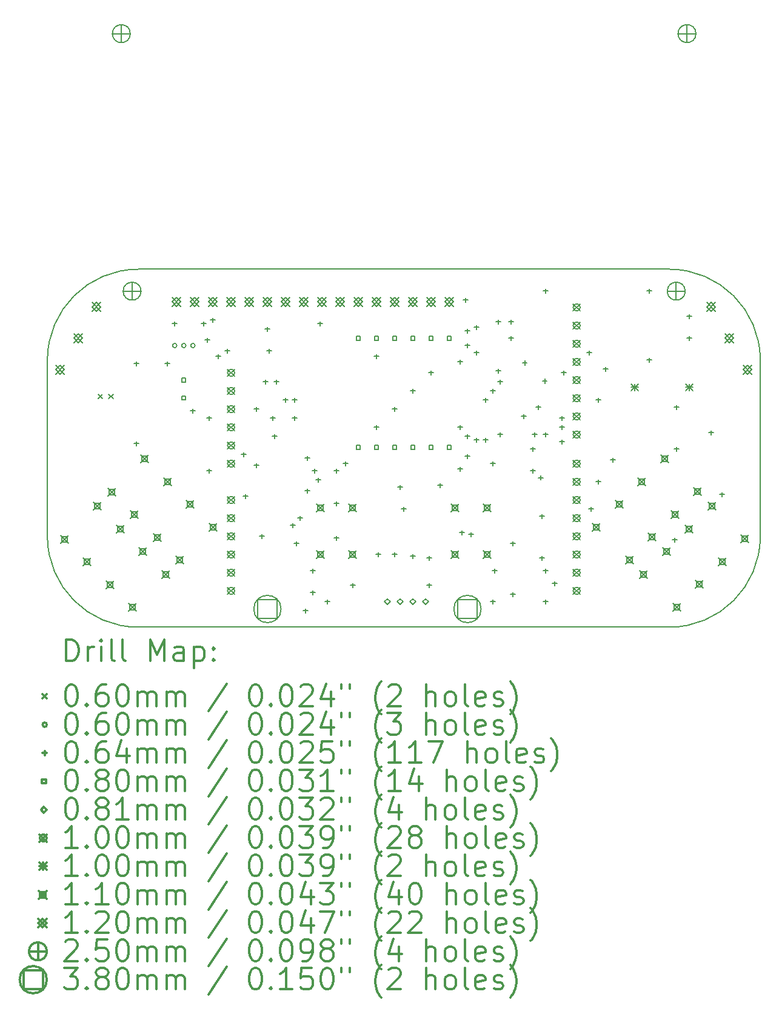
<source format=gbr>
%FSLAX45Y45*%
G04 Gerber Fmt 4.5, Leading zero omitted, Abs format (unit mm)*
G04 Created by KiCad (PCBNEW 4.0.6) date 04/25/17 11:46:04*
%MOMM*%
%LPD*%
G01*
G04 APERTURE LIST*
%ADD10C,0.127000*%
%ADD11C,0.150000*%
%ADD12C,0.200000*%
%ADD13C,0.300000*%
G04 APERTURE END LIST*
D10*
D11*
X10845800Y-6146800D02*
X18262600Y-6146800D01*
X19532600Y-7416800D02*
X19532600Y-9880600D01*
X19532600Y-7416800D02*
G75*
G03X18262600Y-6146800I-1270000J0D01*
G01*
X10845800Y-11150600D02*
X18262600Y-11150600D01*
X18262600Y-11150600D02*
G75*
G03X19532600Y-9880600I0J1270000D01*
G01*
X9575800Y-7416800D02*
X9575800Y-9880600D01*
X9575800Y-9880600D02*
G75*
G03X10845800Y-11150600I1270000J0D01*
G01*
X10845800Y-6146800D02*
G75*
G03X9575800Y-7416800I0J-1270000D01*
G01*
D12*
X10283698Y-7894828D02*
X10343642Y-7954772D01*
X10343642Y-7894828D02*
X10283698Y-7954772D01*
X10433558Y-7894828D02*
X10493502Y-7954772D01*
X10493502Y-7894828D02*
X10433558Y-7954772D01*
X11383800Y-7213600D02*
G75*
G03X11383800Y-7213600I-30000J0D01*
G01*
X11510800Y-7213600D02*
G75*
G03X11510800Y-7213600I-30000J0D01*
G01*
X11637800Y-7213600D02*
G75*
G03X11637800Y-7213600I-30000J0D01*
G01*
X10820400Y-7435850D02*
X10820400Y-7499350D01*
X10788650Y-7467600D02*
X10852150Y-7467600D01*
X10820400Y-8553450D02*
X10820400Y-8616950D01*
X10788650Y-8585200D02*
X10852150Y-8585200D01*
X11252200Y-7435850D02*
X11252200Y-7499350D01*
X11220450Y-7467600D02*
X11283950Y-7467600D01*
X11353800Y-6877050D02*
X11353800Y-6940550D01*
X11322050Y-6908800D02*
X11385550Y-6908800D01*
X11607800Y-8096250D02*
X11607800Y-8159750D01*
X11576050Y-8128000D02*
X11639550Y-8128000D01*
X11760200Y-6877050D02*
X11760200Y-6940550D01*
X11728450Y-6908800D02*
X11791950Y-6908800D01*
X11811000Y-7105650D02*
X11811000Y-7169150D01*
X11779250Y-7137400D02*
X11842750Y-7137400D01*
X11836400Y-8197850D02*
X11836400Y-8261350D01*
X11804650Y-8229600D02*
X11868150Y-8229600D01*
X11836400Y-8934450D02*
X11836400Y-8997950D01*
X11804650Y-8966200D02*
X11868150Y-8966200D01*
X11887200Y-6826250D02*
X11887200Y-6889750D01*
X11855450Y-6858000D02*
X11918950Y-6858000D01*
X11963400Y-7334250D02*
X11963400Y-7397750D01*
X11931650Y-7366000D02*
X11995150Y-7366000D01*
X12090400Y-7258050D02*
X12090400Y-7321550D01*
X12058650Y-7289800D02*
X12122150Y-7289800D01*
X12319000Y-8705850D02*
X12319000Y-8769350D01*
X12287250Y-8737600D02*
X12350750Y-8737600D01*
X12344400Y-9290050D02*
X12344400Y-9353550D01*
X12312650Y-9321800D02*
X12376150Y-9321800D01*
X12496800Y-8070850D02*
X12496800Y-8134350D01*
X12465050Y-8102600D02*
X12528550Y-8102600D01*
X12496800Y-8858250D02*
X12496800Y-8921750D01*
X12465050Y-8890000D02*
X12528550Y-8890000D01*
X12573000Y-9848850D02*
X12573000Y-9912350D01*
X12541250Y-9880600D02*
X12604750Y-9880600D01*
X12623800Y-7689850D02*
X12623800Y-7753350D01*
X12592050Y-7721600D02*
X12655550Y-7721600D01*
X12649200Y-6953250D02*
X12649200Y-7016750D01*
X12617450Y-6985000D02*
X12680950Y-6985000D01*
X12674600Y-7258050D02*
X12674600Y-7321550D01*
X12642850Y-7289800D02*
X12706350Y-7289800D01*
X12725400Y-8197850D02*
X12725400Y-8261350D01*
X12693650Y-8229600D02*
X12757150Y-8229600D01*
X12750800Y-8451850D02*
X12750800Y-8515350D01*
X12719050Y-8483600D02*
X12782550Y-8483600D01*
X12776200Y-7689850D02*
X12776200Y-7753350D01*
X12744450Y-7721600D02*
X12807950Y-7721600D01*
X12903200Y-7943850D02*
X12903200Y-8007350D01*
X12871450Y-7975600D02*
X12934950Y-7975600D01*
X13004800Y-9696450D02*
X13004800Y-9759950D01*
X12973050Y-9728200D02*
X13036550Y-9728200D01*
X13030200Y-7943850D02*
X13030200Y-8007350D01*
X12998450Y-7975600D02*
X13061950Y-7975600D01*
X13030200Y-8197850D02*
X13030200Y-8261350D01*
X12998450Y-8229600D02*
X13061950Y-8229600D01*
X13055600Y-9950450D02*
X13055600Y-10013950D01*
X13023850Y-9982200D02*
X13087350Y-9982200D01*
X13106400Y-9594850D02*
X13106400Y-9658350D01*
X13074650Y-9626600D02*
X13138150Y-9626600D01*
X13182600Y-10890250D02*
X13182600Y-10953750D01*
X13150850Y-10922000D02*
X13214350Y-10922000D01*
X13208000Y-8756650D02*
X13208000Y-8820150D01*
X13176250Y-8788400D02*
X13239750Y-8788400D01*
X13208000Y-9213850D02*
X13208000Y-9277350D01*
X13176250Y-9245600D02*
X13239750Y-9245600D01*
X13284200Y-10331450D02*
X13284200Y-10394950D01*
X13252450Y-10363200D02*
X13315950Y-10363200D01*
X13284200Y-10636250D02*
X13284200Y-10699750D01*
X13252450Y-10668000D02*
X13315950Y-10668000D01*
X13309600Y-8934450D02*
X13309600Y-8997950D01*
X13277850Y-8966200D02*
X13341350Y-8966200D01*
X13360400Y-9061450D02*
X13360400Y-9124950D01*
X13328650Y-9093200D02*
X13392150Y-9093200D01*
X13385800Y-6877050D02*
X13385800Y-6940550D01*
X13354050Y-6908800D02*
X13417550Y-6908800D01*
X13487400Y-10763250D02*
X13487400Y-10826750D01*
X13455650Y-10795000D02*
X13519150Y-10795000D01*
X13614400Y-8934450D02*
X13614400Y-8997950D01*
X13582650Y-8966200D02*
X13646150Y-8966200D01*
X13614400Y-9391650D02*
X13614400Y-9455150D01*
X13582650Y-9423400D02*
X13646150Y-9423400D01*
X13614400Y-9874250D02*
X13614400Y-9937750D01*
X13582650Y-9906000D02*
X13646150Y-9906000D01*
X13741400Y-8832850D02*
X13741400Y-8896350D01*
X13709650Y-8864600D02*
X13773150Y-8864600D01*
X13843000Y-10534650D02*
X13843000Y-10598150D01*
X13811250Y-10566400D02*
X13874750Y-10566400D01*
X14173200Y-7334250D02*
X14173200Y-7397750D01*
X14141450Y-7366000D02*
X14204950Y-7366000D01*
X14173200Y-8324850D02*
X14173200Y-8388350D01*
X14141450Y-8356600D02*
X14204950Y-8356600D01*
X14198600Y-10102850D02*
X14198600Y-10166350D01*
X14166850Y-10134600D02*
X14230350Y-10134600D01*
X14427200Y-8070850D02*
X14427200Y-8134350D01*
X14395450Y-8102600D02*
X14458950Y-8102600D01*
X14427200Y-10102850D02*
X14427200Y-10166350D01*
X14395450Y-10134600D02*
X14458950Y-10134600D01*
X14503400Y-9163050D02*
X14503400Y-9226550D01*
X14471650Y-9194800D02*
X14535150Y-9194800D01*
X14554200Y-9467850D02*
X14554200Y-9531350D01*
X14522450Y-9499600D02*
X14585950Y-9499600D01*
X14681200Y-7816850D02*
X14681200Y-7880350D01*
X14649450Y-7848600D02*
X14712950Y-7848600D01*
X14681200Y-10128250D02*
X14681200Y-10191750D01*
X14649450Y-10160000D02*
X14712950Y-10160000D01*
X14909800Y-10153650D02*
X14909800Y-10217150D01*
X14878050Y-10185400D02*
X14941550Y-10185400D01*
X14909800Y-10534650D02*
X14909800Y-10598150D01*
X14878050Y-10566400D02*
X14941550Y-10566400D01*
X14935200Y-7562850D02*
X14935200Y-7626350D01*
X14903450Y-7594600D02*
X14966950Y-7594600D01*
X15062200Y-9137650D02*
X15062200Y-9201150D01*
X15030450Y-9169400D02*
X15093950Y-9169400D01*
X15341600Y-7410450D02*
X15341600Y-7473950D01*
X15309850Y-7442200D02*
X15373350Y-7442200D01*
X15341600Y-8324850D02*
X15341600Y-8388350D01*
X15309850Y-8356600D02*
X15373350Y-8356600D01*
X15341600Y-8909050D02*
X15341600Y-8972550D01*
X15309850Y-8940800D02*
X15373350Y-8940800D01*
X15367000Y-9798050D02*
X15367000Y-9861550D01*
X15335250Y-9829800D02*
X15398750Y-9829800D01*
X15417800Y-6546850D02*
X15417800Y-6610350D01*
X15386050Y-6578600D02*
X15449550Y-6578600D01*
X15443200Y-6978650D02*
X15443200Y-7042150D01*
X15411450Y-7010400D02*
X15474950Y-7010400D01*
X15443200Y-7181850D02*
X15443200Y-7245350D01*
X15411450Y-7213600D02*
X15474950Y-7213600D01*
X15443200Y-8451850D02*
X15443200Y-8515350D01*
X15411450Y-8483600D02*
X15474950Y-8483600D01*
X15443200Y-8731250D02*
X15443200Y-8794750D01*
X15411450Y-8763000D02*
X15474950Y-8763000D01*
X15494000Y-9823450D02*
X15494000Y-9886950D01*
X15462250Y-9855200D02*
X15525750Y-9855200D01*
X15570200Y-6927850D02*
X15570200Y-6991350D01*
X15538450Y-6959600D02*
X15601950Y-6959600D01*
X15570200Y-7283450D02*
X15570200Y-7346950D01*
X15538450Y-7315200D02*
X15601950Y-7315200D01*
X15570200Y-8502650D02*
X15570200Y-8566150D01*
X15538450Y-8534400D02*
X15601950Y-8534400D01*
X15697200Y-7943850D02*
X15697200Y-8007350D01*
X15665450Y-7975600D02*
X15728950Y-7975600D01*
X15697200Y-8502650D02*
X15697200Y-8566150D01*
X15665450Y-8534400D02*
X15728950Y-8534400D01*
X15798800Y-7816850D02*
X15798800Y-7880350D01*
X15767050Y-7848600D02*
X15830550Y-7848600D01*
X15798800Y-8832850D02*
X15798800Y-8896350D01*
X15767050Y-8864600D02*
X15830550Y-8864600D01*
X15798800Y-10763250D02*
X15798800Y-10826750D01*
X15767050Y-10795000D02*
X15830550Y-10795000D01*
X15824200Y-10331450D02*
X15824200Y-10394950D01*
X15792450Y-10363200D02*
X15855950Y-10363200D01*
X15875000Y-6851650D02*
X15875000Y-6915150D01*
X15843250Y-6883400D02*
X15906750Y-6883400D01*
X15875000Y-7537450D02*
X15875000Y-7600950D01*
X15843250Y-7569200D02*
X15906750Y-7569200D01*
X15900400Y-7689850D02*
X15900400Y-7753350D01*
X15868650Y-7721600D02*
X15932150Y-7721600D01*
X15900400Y-8426450D02*
X15900400Y-8489950D01*
X15868650Y-8458200D02*
X15932150Y-8458200D01*
X16052800Y-6851650D02*
X16052800Y-6915150D01*
X16021050Y-6883400D02*
X16084550Y-6883400D01*
X16052800Y-7080250D02*
X16052800Y-7143750D01*
X16021050Y-7112000D02*
X16084550Y-7112000D01*
X16078200Y-9950450D02*
X16078200Y-10013950D01*
X16046450Y-9982200D02*
X16109950Y-9982200D01*
X16078200Y-10661650D02*
X16078200Y-10725150D01*
X16046450Y-10693400D02*
X16109950Y-10693400D01*
X16230600Y-8172450D02*
X16230600Y-8235950D01*
X16198850Y-8204200D02*
X16262350Y-8204200D01*
X16243300Y-7423150D02*
X16243300Y-7486650D01*
X16211550Y-7454900D02*
X16275050Y-7454900D01*
X16357600Y-8629650D02*
X16357600Y-8693150D01*
X16325850Y-8661400D02*
X16389350Y-8661400D01*
X16357600Y-8934450D02*
X16357600Y-8997950D01*
X16325850Y-8966200D02*
X16389350Y-8966200D01*
X16383000Y-8426450D02*
X16383000Y-8489950D01*
X16351250Y-8458200D02*
X16414750Y-8458200D01*
X16433800Y-8045450D02*
X16433800Y-8108950D01*
X16402050Y-8077200D02*
X16465550Y-8077200D01*
X16467200Y-9028050D02*
X16467200Y-9091550D01*
X16435450Y-9059800D02*
X16498950Y-9059800D01*
X16484600Y-9569450D02*
X16484600Y-9632950D01*
X16452850Y-9601200D02*
X16516350Y-9601200D01*
X16484600Y-10153650D02*
X16484600Y-10217150D01*
X16452850Y-10185400D02*
X16516350Y-10185400D01*
X16522700Y-7677150D02*
X16522700Y-7740650D01*
X16490950Y-7708900D02*
X16554450Y-7708900D01*
X16535400Y-6419850D02*
X16535400Y-6483350D01*
X16503650Y-6451600D02*
X16567150Y-6451600D01*
X16535400Y-8426450D02*
X16535400Y-8489950D01*
X16503650Y-8458200D02*
X16567150Y-8458200D01*
X16535400Y-10331450D02*
X16535400Y-10394950D01*
X16503650Y-10363200D02*
X16567150Y-10363200D01*
X16535400Y-10763250D02*
X16535400Y-10826750D01*
X16503650Y-10795000D02*
X16567150Y-10795000D01*
X16662400Y-10509250D02*
X16662400Y-10572750D01*
X16630650Y-10541000D02*
X16694150Y-10541000D01*
X16764000Y-8197850D02*
X16764000Y-8261350D01*
X16732250Y-8229600D02*
X16795750Y-8229600D01*
X16764000Y-8324850D02*
X16764000Y-8388350D01*
X16732250Y-8356600D02*
X16795750Y-8356600D01*
X16764000Y-8528050D02*
X16764000Y-8591550D01*
X16732250Y-8559800D02*
X16795750Y-8559800D01*
X16789400Y-7562850D02*
X16789400Y-7626350D01*
X16757650Y-7594600D02*
X16821150Y-7594600D01*
X17145000Y-7283450D02*
X17145000Y-7346950D01*
X17113250Y-7315200D02*
X17176750Y-7315200D01*
X17170400Y-9467850D02*
X17170400Y-9531350D01*
X17138650Y-9499600D02*
X17202150Y-9499600D01*
X17272000Y-7943850D02*
X17272000Y-8007350D01*
X17240250Y-7975600D02*
X17303750Y-7975600D01*
X17272000Y-9086850D02*
X17272000Y-9150350D01*
X17240250Y-9118600D02*
X17303750Y-9118600D01*
X17373600Y-7512050D02*
X17373600Y-7575550D01*
X17341850Y-7543800D02*
X17405350Y-7543800D01*
X17475200Y-8782050D02*
X17475200Y-8845550D01*
X17443450Y-8813800D02*
X17506950Y-8813800D01*
X17983200Y-6419850D02*
X17983200Y-6483350D01*
X17951450Y-6451600D02*
X18014950Y-6451600D01*
X17983200Y-7385050D02*
X17983200Y-7448550D01*
X17951450Y-7416800D02*
X18014950Y-7416800D01*
X18338800Y-9899650D02*
X18338800Y-9963150D01*
X18307050Y-9931400D02*
X18370550Y-9931400D01*
X18364200Y-8045450D02*
X18364200Y-8108950D01*
X18332450Y-8077200D02*
X18395950Y-8077200D01*
X18364200Y-8629650D02*
X18364200Y-8693150D01*
X18332450Y-8661400D02*
X18395950Y-8661400D01*
X18542000Y-6775450D02*
X18542000Y-6838950D01*
X18510250Y-6807200D02*
X18573750Y-6807200D01*
X18542000Y-7080250D02*
X18542000Y-7143750D01*
X18510250Y-7112000D02*
X18573750Y-7112000D01*
X18846800Y-8401050D02*
X18846800Y-8464550D01*
X18815050Y-8432800D02*
X18878550Y-8432800D01*
X18999200Y-9264650D02*
X18999200Y-9328150D01*
X18967450Y-9296400D02*
X19030950Y-9296400D01*
X11509084Y-7724484D02*
X11509084Y-7667915D01*
X11452515Y-7667915D01*
X11452515Y-7724484D01*
X11509084Y-7724484D01*
X11509084Y-7974484D02*
X11509084Y-7917915D01*
X11452515Y-7917915D01*
X11452515Y-7974484D01*
X11509084Y-7974484D01*
X13947484Y-7140284D02*
X13947484Y-7083715D01*
X13890915Y-7083715D01*
X13890915Y-7140284D01*
X13947484Y-7140284D01*
X13947484Y-8664285D02*
X13947484Y-8607716D01*
X13890915Y-8607716D01*
X13890915Y-8664285D01*
X13947484Y-8664285D01*
X14201484Y-7140284D02*
X14201484Y-7083715D01*
X14144915Y-7083715D01*
X14144915Y-7140284D01*
X14201484Y-7140284D01*
X14201484Y-8664285D02*
X14201484Y-8607716D01*
X14144915Y-8607716D01*
X14144915Y-8664285D01*
X14201484Y-8664285D01*
X14455484Y-7140284D02*
X14455484Y-7083715D01*
X14398915Y-7083715D01*
X14398915Y-7140284D01*
X14455484Y-7140284D01*
X14455484Y-8664285D02*
X14455484Y-8607716D01*
X14398915Y-8607716D01*
X14398915Y-8664285D01*
X14455484Y-8664285D01*
X14709484Y-7140284D02*
X14709484Y-7083715D01*
X14652915Y-7083715D01*
X14652915Y-7140284D01*
X14709484Y-7140284D01*
X14709484Y-8664285D02*
X14709484Y-8607716D01*
X14652915Y-8607716D01*
X14652915Y-8664285D01*
X14709484Y-8664285D01*
X14963484Y-7140284D02*
X14963484Y-7083715D01*
X14906915Y-7083715D01*
X14906915Y-7140284D01*
X14963484Y-7140284D01*
X14963484Y-8664285D02*
X14963484Y-8607716D01*
X14906915Y-8607716D01*
X14906915Y-8664285D01*
X14963484Y-8664285D01*
X15217484Y-7140284D02*
X15217484Y-7083715D01*
X15160915Y-7083715D01*
X15160915Y-7140284D01*
X15217484Y-7140284D01*
X15217484Y-8664285D02*
X15217484Y-8607716D01*
X15160915Y-8607716D01*
X15160915Y-8664285D01*
X15217484Y-8664285D01*
X14325600Y-10835640D02*
X14366240Y-10795000D01*
X14325600Y-10754360D01*
X14284960Y-10795000D01*
X14325600Y-10835640D01*
X14503400Y-10835640D02*
X14544040Y-10795000D01*
X14503400Y-10754360D01*
X14462760Y-10795000D01*
X14503400Y-10835640D01*
X14681200Y-10835640D02*
X14721840Y-10795000D01*
X14681200Y-10754360D01*
X14640560Y-10795000D01*
X14681200Y-10835640D01*
X14859000Y-10835640D02*
X14899640Y-10795000D01*
X14859000Y-10754360D01*
X14818360Y-10795000D01*
X14859000Y-10835640D01*
X12091200Y-7544600D02*
X12191200Y-7644600D01*
X12191200Y-7544600D02*
X12091200Y-7644600D01*
X12191200Y-7594600D02*
G75*
G03X12191200Y-7594600I-50000J0D01*
G01*
X12091200Y-7798600D02*
X12191200Y-7898600D01*
X12191200Y-7798600D02*
X12091200Y-7898600D01*
X12191200Y-7848600D02*
G75*
G03X12191200Y-7848600I-50000J0D01*
G01*
X12091200Y-8052600D02*
X12191200Y-8152600D01*
X12191200Y-8052600D02*
X12091200Y-8152600D01*
X12191200Y-8102600D02*
G75*
G03X12191200Y-8102600I-50000J0D01*
G01*
X12091200Y-8306600D02*
X12191200Y-8406600D01*
X12191200Y-8306600D02*
X12091200Y-8406600D01*
X12191200Y-8356600D02*
G75*
G03X12191200Y-8356600I-50000J0D01*
G01*
X12091200Y-8560600D02*
X12191200Y-8660600D01*
X12191200Y-8560600D02*
X12091200Y-8660600D01*
X12191200Y-8610600D02*
G75*
G03X12191200Y-8610600I-50000J0D01*
G01*
X12091200Y-8814600D02*
X12191200Y-8914600D01*
X12191200Y-8814600D02*
X12091200Y-8914600D01*
X12191200Y-8864600D02*
G75*
G03X12191200Y-8864600I-50000J0D01*
G01*
X12091200Y-9322600D02*
X12191200Y-9422600D01*
X12191200Y-9322600D02*
X12091200Y-9422600D01*
X12191200Y-9372600D02*
G75*
G03X12191200Y-9372600I-50000J0D01*
G01*
X12091200Y-9576600D02*
X12191200Y-9676600D01*
X12191200Y-9576600D02*
X12091200Y-9676600D01*
X12191200Y-9626600D02*
G75*
G03X12191200Y-9626600I-50000J0D01*
G01*
X12091200Y-9830600D02*
X12191200Y-9930600D01*
X12191200Y-9830600D02*
X12091200Y-9930600D01*
X12191200Y-9880600D02*
G75*
G03X12191200Y-9880600I-50000J0D01*
G01*
X12091200Y-10084600D02*
X12191200Y-10184600D01*
X12191200Y-10084600D02*
X12091200Y-10184600D01*
X12191200Y-10134600D02*
G75*
G03X12191200Y-10134600I-50000J0D01*
G01*
X12091200Y-10338600D02*
X12191200Y-10438600D01*
X12191200Y-10338600D02*
X12091200Y-10438600D01*
X12191200Y-10388600D02*
G75*
G03X12191200Y-10388600I-50000J0D01*
G01*
X12091200Y-10592600D02*
X12191200Y-10692600D01*
X12191200Y-10592600D02*
X12091200Y-10692600D01*
X12191200Y-10642600D02*
G75*
G03X12191200Y-10642600I-50000J0D01*
G01*
X16917200Y-6630200D02*
X17017200Y-6730200D01*
X17017200Y-6630200D02*
X16917200Y-6730200D01*
X17017200Y-6680200D02*
G75*
G03X17017200Y-6680200I-50000J0D01*
G01*
X16917200Y-6884200D02*
X17017200Y-6984200D01*
X17017200Y-6884200D02*
X16917200Y-6984200D01*
X17017200Y-6934200D02*
G75*
G03X17017200Y-6934200I-50000J0D01*
G01*
X16917200Y-7138200D02*
X17017200Y-7238200D01*
X17017200Y-7138200D02*
X16917200Y-7238200D01*
X17017200Y-7188200D02*
G75*
G03X17017200Y-7188200I-50000J0D01*
G01*
X16917200Y-7392200D02*
X17017200Y-7492200D01*
X17017200Y-7392200D02*
X16917200Y-7492200D01*
X17017200Y-7442200D02*
G75*
G03X17017200Y-7442200I-50000J0D01*
G01*
X16917200Y-7646200D02*
X17017200Y-7746200D01*
X17017200Y-7646200D02*
X16917200Y-7746200D01*
X17017200Y-7696200D02*
G75*
G03X17017200Y-7696200I-50000J0D01*
G01*
X16917200Y-7900200D02*
X17017200Y-8000200D01*
X17017200Y-7900200D02*
X16917200Y-8000200D01*
X17017200Y-7950200D02*
G75*
G03X17017200Y-7950200I-50000J0D01*
G01*
X16917200Y-8154200D02*
X17017200Y-8254200D01*
X17017200Y-8154200D02*
X16917200Y-8254200D01*
X17017200Y-8204200D02*
G75*
G03X17017200Y-8204200I-50000J0D01*
G01*
X16917200Y-8408200D02*
X17017200Y-8508200D01*
X17017200Y-8408200D02*
X16917200Y-8508200D01*
X17017200Y-8458200D02*
G75*
G03X17017200Y-8458200I-50000J0D01*
G01*
X16917200Y-8814600D02*
X17017200Y-8914600D01*
X17017200Y-8814600D02*
X16917200Y-8914600D01*
X17017200Y-8864600D02*
G75*
G03X17017200Y-8864600I-50000J0D01*
G01*
X16917200Y-9068600D02*
X17017200Y-9168600D01*
X17017200Y-9068600D02*
X16917200Y-9168600D01*
X17017200Y-9118600D02*
G75*
G03X17017200Y-9118600I-50000J0D01*
G01*
X16917200Y-9322600D02*
X17017200Y-9422600D01*
X17017200Y-9322600D02*
X16917200Y-9422600D01*
X17017200Y-9372600D02*
G75*
G03X17017200Y-9372600I-50000J0D01*
G01*
X16917200Y-9576600D02*
X17017200Y-9676600D01*
X17017200Y-9576600D02*
X16917200Y-9676600D01*
X17017200Y-9626600D02*
G75*
G03X17017200Y-9626600I-50000J0D01*
G01*
X16917200Y-9830600D02*
X17017200Y-9930600D01*
X17017200Y-9830600D02*
X16917200Y-9930600D01*
X17017200Y-9880600D02*
G75*
G03X17017200Y-9880600I-50000J0D01*
G01*
X16917200Y-10084600D02*
X17017200Y-10184600D01*
X17017200Y-10084600D02*
X16917200Y-10184600D01*
X17017200Y-10134600D02*
G75*
G03X17017200Y-10134600I-50000J0D01*
G01*
X16917200Y-10338600D02*
X17017200Y-10438600D01*
X17017200Y-10338600D02*
X16917200Y-10438600D01*
X17017200Y-10388600D02*
G75*
G03X17017200Y-10388600I-50000J0D01*
G01*
X16917200Y-10592600D02*
X17017200Y-10692600D01*
X17017200Y-10592600D02*
X16917200Y-10692600D01*
X17017200Y-10642600D02*
G75*
G03X17017200Y-10642600I-50000J0D01*
G01*
X17730978Y-7747762D02*
X17831054Y-7847838D01*
X17831054Y-7747762D02*
X17730978Y-7847838D01*
X17781016Y-7747762D02*
X17781016Y-7847838D01*
X17730978Y-7797800D02*
X17831054Y-7797800D01*
X18490946Y-7747762D02*
X18591022Y-7847838D01*
X18591022Y-7747762D02*
X18490946Y-7847838D01*
X18540984Y-7747762D02*
X18540984Y-7847838D01*
X18490946Y-7797800D02*
X18591022Y-7797800D01*
X9758983Y-9865421D02*
X9868983Y-9975421D01*
X9868983Y-9865421D02*
X9758983Y-9975421D01*
X9852874Y-9959313D02*
X9852874Y-9881530D01*
X9775091Y-9881530D01*
X9775091Y-9959313D01*
X9852874Y-9959313D01*
X10077181Y-10183619D02*
X10187181Y-10293619D01*
X10187181Y-10183619D02*
X10077181Y-10293619D01*
X10171072Y-10277511D02*
X10171072Y-10199728D01*
X10093289Y-10199728D01*
X10093289Y-10277511D01*
X10171072Y-10277511D01*
X10218602Y-9405802D02*
X10328602Y-9515802D01*
X10328602Y-9405802D02*
X10218602Y-9515802D01*
X10312493Y-9499693D02*
X10312493Y-9421911D01*
X10234711Y-9421911D01*
X10234711Y-9499693D01*
X10312493Y-9499693D01*
X10393983Y-10500421D02*
X10503983Y-10610421D01*
X10503983Y-10500421D02*
X10393983Y-10610421D01*
X10487874Y-10594313D02*
X10487874Y-10516530D01*
X10410091Y-10516530D01*
X10410091Y-10594313D01*
X10487874Y-10594313D01*
X10419383Y-9205021D02*
X10529383Y-9315021D01*
X10529383Y-9205021D02*
X10419383Y-9315021D01*
X10513274Y-9298913D02*
X10513274Y-9221130D01*
X10435491Y-9221130D01*
X10435491Y-9298913D01*
X10513274Y-9298913D01*
X10536800Y-9724000D02*
X10646800Y-9834000D01*
X10646800Y-9724000D02*
X10536800Y-9834000D01*
X10630691Y-9817891D02*
X10630691Y-9740109D01*
X10552909Y-9740109D01*
X10552909Y-9817891D01*
X10630691Y-9817891D01*
X10712181Y-10818619D02*
X10822181Y-10928619D01*
X10822181Y-10818619D02*
X10712181Y-10928619D01*
X10806072Y-10912511D02*
X10806072Y-10834728D01*
X10728289Y-10834728D01*
X10728289Y-10912511D01*
X10806072Y-10912511D01*
X10737581Y-9523219D02*
X10847581Y-9633219D01*
X10847581Y-9523219D02*
X10737581Y-9633219D01*
X10831472Y-9617111D02*
X10831472Y-9539328D01*
X10753689Y-9539328D01*
X10753689Y-9617111D01*
X10831472Y-9617111D01*
X10853602Y-10040802D02*
X10963602Y-10150802D01*
X10963602Y-10040802D02*
X10853602Y-10150802D01*
X10947493Y-10134693D02*
X10947493Y-10056911D01*
X10869711Y-10056911D01*
X10869711Y-10134693D01*
X10947493Y-10134693D01*
X10879002Y-8745402D02*
X10989002Y-8855402D01*
X10989002Y-8745402D02*
X10879002Y-8855402D01*
X10972893Y-8839293D02*
X10972893Y-8761511D01*
X10895111Y-8761511D01*
X10895111Y-8839293D01*
X10972893Y-8839293D01*
X11054383Y-9840021D02*
X11164383Y-9950021D01*
X11164383Y-9840021D02*
X11054383Y-9950021D01*
X11148274Y-9933913D02*
X11148274Y-9856130D01*
X11070491Y-9856130D01*
X11070491Y-9933913D01*
X11148274Y-9933913D01*
X11171800Y-10359000D02*
X11281800Y-10469000D01*
X11281800Y-10359000D02*
X11171800Y-10469000D01*
X11265691Y-10452891D02*
X11265691Y-10375109D01*
X11187909Y-10375109D01*
X11187909Y-10452891D01*
X11265691Y-10452891D01*
X11197200Y-9063600D02*
X11307200Y-9173600D01*
X11307200Y-9063600D02*
X11197200Y-9173600D01*
X11291091Y-9157491D02*
X11291091Y-9079709D01*
X11213309Y-9079709D01*
X11213309Y-9157491D01*
X11291091Y-9157491D01*
X11372581Y-10158219D02*
X11482581Y-10268219D01*
X11482581Y-10158219D02*
X11372581Y-10268219D01*
X11466472Y-10252111D02*
X11466472Y-10174328D01*
X11388689Y-10174328D01*
X11388689Y-10252111D01*
X11466472Y-10252111D01*
X11514002Y-9380402D02*
X11624002Y-9490402D01*
X11624002Y-9380402D02*
X11514002Y-9490402D01*
X11607893Y-9474293D02*
X11607893Y-9396511D01*
X11530111Y-9396511D01*
X11530111Y-9474293D01*
X11607893Y-9474293D01*
X11832200Y-9698600D02*
X11942200Y-9808600D01*
X11942200Y-9698600D02*
X11832200Y-9808600D01*
X11926091Y-9792491D02*
X11926091Y-9714709D01*
X11848309Y-9714709D01*
X11848309Y-9792491D01*
X11926091Y-9792491D01*
X13330800Y-9429600D02*
X13440800Y-9539600D01*
X13440800Y-9429600D02*
X13330800Y-9539600D01*
X13424691Y-9523491D02*
X13424691Y-9445709D01*
X13346909Y-9445709D01*
X13346909Y-9523491D01*
X13424691Y-9523491D01*
X13330800Y-10079600D02*
X13440800Y-10189600D01*
X13440800Y-10079600D02*
X13330800Y-10189600D01*
X13424691Y-10173491D02*
X13424691Y-10095709D01*
X13346909Y-10095709D01*
X13346909Y-10173491D01*
X13424691Y-10173491D01*
X13780800Y-9429600D02*
X13890800Y-9539600D01*
X13890800Y-9429600D02*
X13780800Y-9539600D01*
X13874691Y-9523491D02*
X13874691Y-9445709D01*
X13796909Y-9445709D01*
X13796909Y-9523491D01*
X13874691Y-9523491D01*
X13780800Y-10079600D02*
X13890800Y-10189600D01*
X13890800Y-10079600D02*
X13780800Y-10189600D01*
X13874691Y-10173491D02*
X13874691Y-10095709D01*
X13796909Y-10095709D01*
X13796909Y-10173491D01*
X13874691Y-10173491D01*
X15210400Y-9429600D02*
X15320400Y-9539600D01*
X15320400Y-9429600D02*
X15210400Y-9539600D01*
X15304291Y-9523491D02*
X15304291Y-9445709D01*
X15226509Y-9445709D01*
X15226509Y-9523491D01*
X15304291Y-9523491D01*
X15210400Y-10079600D02*
X15320400Y-10189600D01*
X15320400Y-10079600D02*
X15210400Y-10189600D01*
X15304291Y-10173491D02*
X15304291Y-10095709D01*
X15226509Y-10095709D01*
X15226509Y-10173491D01*
X15304291Y-10173491D01*
X15660400Y-9429600D02*
X15770400Y-9539600D01*
X15770400Y-9429600D02*
X15660400Y-9539600D01*
X15754291Y-9523491D02*
X15754291Y-9445709D01*
X15676509Y-9445709D01*
X15676509Y-9523491D01*
X15754291Y-9523491D01*
X15660400Y-10079600D02*
X15770400Y-10189600D01*
X15770400Y-10079600D02*
X15660400Y-10189600D01*
X15754291Y-10173491D02*
X15754291Y-10095709D01*
X15676509Y-10095709D01*
X15676509Y-10173491D01*
X15754291Y-10173491D01*
X17189181Y-9696181D02*
X17299181Y-9806181D01*
X17299181Y-9696181D02*
X17189181Y-9806181D01*
X17283072Y-9790072D02*
X17283072Y-9712289D01*
X17205289Y-9712289D01*
X17205289Y-9790072D01*
X17283072Y-9790072D01*
X17507379Y-9377983D02*
X17617379Y-9487983D01*
X17617379Y-9377983D02*
X17507379Y-9487983D01*
X17601270Y-9471874D02*
X17601270Y-9394091D01*
X17523487Y-9394091D01*
X17523487Y-9471874D01*
X17601270Y-9471874D01*
X17648800Y-10155800D02*
X17758800Y-10265800D01*
X17758800Y-10155800D02*
X17648800Y-10265800D01*
X17742691Y-10249691D02*
X17742691Y-10171909D01*
X17664909Y-10171909D01*
X17664909Y-10249691D01*
X17742691Y-10249691D01*
X17824181Y-9061181D02*
X17934181Y-9171181D01*
X17934181Y-9061181D02*
X17824181Y-9171181D01*
X17918072Y-9155072D02*
X17918072Y-9077289D01*
X17840289Y-9077289D01*
X17840289Y-9155072D01*
X17918072Y-9155072D01*
X17849581Y-10356581D02*
X17959581Y-10466581D01*
X17959581Y-10356581D02*
X17849581Y-10466581D01*
X17943472Y-10450472D02*
X17943472Y-10372689D01*
X17865689Y-10372689D01*
X17865689Y-10450472D01*
X17943472Y-10450472D01*
X17966998Y-9837602D02*
X18076998Y-9947602D01*
X18076998Y-9837602D02*
X17966998Y-9947602D01*
X18060889Y-9931493D02*
X18060889Y-9853711D01*
X17983107Y-9853711D01*
X17983107Y-9931493D01*
X18060889Y-9931493D01*
X18142379Y-8742983D02*
X18252379Y-8852983D01*
X18252379Y-8742983D02*
X18142379Y-8852983D01*
X18236270Y-8836874D02*
X18236270Y-8759091D01*
X18158487Y-8759091D01*
X18158487Y-8836874D01*
X18236270Y-8836874D01*
X18167779Y-10038383D02*
X18277779Y-10148383D01*
X18277779Y-10038383D02*
X18167779Y-10148383D01*
X18261670Y-10132274D02*
X18261670Y-10054491D01*
X18183887Y-10054491D01*
X18183887Y-10132274D01*
X18261670Y-10132274D01*
X18283800Y-9520800D02*
X18393800Y-9630800D01*
X18393800Y-9520800D02*
X18283800Y-9630800D01*
X18377691Y-9614691D02*
X18377691Y-9536909D01*
X18299909Y-9536909D01*
X18299909Y-9614691D01*
X18377691Y-9614691D01*
X18309200Y-10816200D02*
X18419200Y-10926200D01*
X18419200Y-10816200D02*
X18309200Y-10926200D01*
X18403091Y-10910091D02*
X18403091Y-10832309D01*
X18325309Y-10832309D01*
X18325309Y-10910091D01*
X18403091Y-10910091D01*
X18484581Y-9721581D02*
X18594581Y-9831581D01*
X18594581Y-9721581D02*
X18484581Y-9831581D01*
X18578472Y-9815472D02*
X18578472Y-9737689D01*
X18500689Y-9737689D01*
X18500689Y-9815472D01*
X18578472Y-9815472D01*
X18601998Y-9202602D02*
X18711998Y-9312602D01*
X18711998Y-9202602D02*
X18601998Y-9312602D01*
X18695889Y-9296493D02*
X18695889Y-9218711D01*
X18618107Y-9218711D01*
X18618107Y-9296493D01*
X18695889Y-9296493D01*
X18627398Y-10498002D02*
X18737398Y-10608002D01*
X18737398Y-10498002D02*
X18627398Y-10608002D01*
X18721289Y-10591893D02*
X18721289Y-10514111D01*
X18643507Y-10514111D01*
X18643507Y-10591893D01*
X18721289Y-10591893D01*
X18802779Y-9403383D02*
X18912779Y-9513383D01*
X18912779Y-9403383D02*
X18802779Y-9513383D01*
X18896670Y-9497274D02*
X18896670Y-9419491D01*
X18818887Y-9419491D01*
X18818887Y-9497274D01*
X18896670Y-9497274D01*
X18944200Y-10181200D02*
X19054200Y-10291200D01*
X19054200Y-10181200D02*
X18944200Y-10291200D01*
X19038091Y-10275091D02*
X19038091Y-10197309D01*
X18960309Y-10197309D01*
X18960309Y-10275091D01*
X19038091Y-10275091D01*
X19262398Y-9863002D02*
X19372398Y-9973002D01*
X19372398Y-9863002D02*
X19262398Y-9973002D01*
X19356289Y-9956893D02*
X19356289Y-9879111D01*
X19278507Y-9879111D01*
X19278507Y-9956893D01*
X19356289Y-9956893D01*
X9693600Y-7491941D02*
X9813600Y-7611941D01*
X9813600Y-7491941D02*
X9693600Y-7611941D01*
X9753600Y-7611941D02*
X9813600Y-7551941D01*
X9753600Y-7491941D01*
X9693600Y-7551941D01*
X9753600Y-7611941D01*
X9947600Y-7052000D02*
X10067600Y-7172000D01*
X10067600Y-7052000D02*
X9947600Y-7172000D01*
X10007600Y-7172000D02*
X10067600Y-7112000D01*
X10007600Y-7052000D01*
X9947600Y-7112000D01*
X10007600Y-7172000D01*
X10201600Y-6612059D02*
X10321600Y-6732059D01*
X10321600Y-6612059D02*
X10201600Y-6732059D01*
X10261600Y-6732059D02*
X10321600Y-6672059D01*
X10261600Y-6612059D01*
X10201600Y-6672059D01*
X10261600Y-6732059D01*
X11319200Y-6544000D02*
X11439200Y-6664000D01*
X11439200Y-6544000D02*
X11319200Y-6664000D01*
X11379200Y-6664000D02*
X11439200Y-6604000D01*
X11379200Y-6544000D01*
X11319200Y-6604000D01*
X11379200Y-6664000D01*
X11572692Y-6543746D02*
X11692692Y-6663746D01*
X11692692Y-6543746D02*
X11572692Y-6663746D01*
X11632692Y-6663746D02*
X11692692Y-6603746D01*
X11632692Y-6543746D01*
X11572692Y-6603746D01*
X11632692Y-6663746D01*
X11827200Y-6544000D02*
X11947200Y-6664000D01*
X11947200Y-6544000D02*
X11827200Y-6664000D01*
X11887200Y-6664000D02*
X11947200Y-6604000D01*
X11887200Y-6544000D01*
X11827200Y-6604000D01*
X11887200Y-6664000D01*
X12081200Y-6544000D02*
X12201200Y-6664000D01*
X12201200Y-6544000D02*
X12081200Y-6664000D01*
X12141200Y-6664000D02*
X12201200Y-6604000D01*
X12141200Y-6544000D01*
X12081200Y-6604000D01*
X12141200Y-6664000D01*
X12335200Y-6544000D02*
X12455200Y-6664000D01*
X12455200Y-6544000D02*
X12335200Y-6664000D01*
X12395200Y-6664000D02*
X12455200Y-6604000D01*
X12395200Y-6544000D01*
X12335200Y-6604000D01*
X12395200Y-6664000D01*
X12589200Y-6544000D02*
X12709200Y-6664000D01*
X12709200Y-6544000D02*
X12589200Y-6664000D01*
X12649200Y-6664000D02*
X12709200Y-6604000D01*
X12649200Y-6544000D01*
X12589200Y-6604000D01*
X12649200Y-6664000D01*
X12843200Y-6544000D02*
X12963200Y-6664000D01*
X12963200Y-6544000D02*
X12843200Y-6664000D01*
X12903200Y-6664000D02*
X12963200Y-6604000D01*
X12903200Y-6544000D01*
X12843200Y-6604000D01*
X12903200Y-6664000D01*
X13097200Y-6544000D02*
X13217200Y-6664000D01*
X13217200Y-6544000D02*
X13097200Y-6664000D01*
X13157200Y-6664000D02*
X13217200Y-6604000D01*
X13157200Y-6544000D01*
X13097200Y-6604000D01*
X13157200Y-6664000D01*
X13351200Y-6544000D02*
X13471200Y-6664000D01*
X13471200Y-6544000D02*
X13351200Y-6664000D01*
X13411200Y-6664000D02*
X13471200Y-6604000D01*
X13411200Y-6544000D01*
X13351200Y-6604000D01*
X13411200Y-6664000D01*
X13605200Y-6544000D02*
X13725200Y-6664000D01*
X13725200Y-6544000D02*
X13605200Y-6664000D01*
X13665200Y-6664000D02*
X13725200Y-6604000D01*
X13665200Y-6544000D01*
X13605200Y-6604000D01*
X13665200Y-6664000D01*
X13859200Y-6544000D02*
X13979200Y-6664000D01*
X13979200Y-6544000D02*
X13859200Y-6664000D01*
X13919200Y-6664000D02*
X13979200Y-6604000D01*
X13919200Y-6544000D01*
X13859200Y-6604000D01*
X13919200Y-6664000D01*
X14113200Y-6544000D02*
X14233200Y-6664000D01*
X14233200Y-6544000D02*
X14113200Y-6664000D01*
X14173200Y-6664000D02*
X14233200Y-6604000D01*
X14173200Y-6544000D01*
X14113200Y-6604000D01*
X14173200Y-6664000D01*
X14367200Y-6544000D02*
X14487200Y-6664000D01*
X14487200Y-6544000D02*
X14367200Y-6664000D01*
X14427200Y-6664000D02*
X14487200Y-6604000D01*
X14427200Y-6544000D01*
X14367200Y-6604000D01*
X14427200Y-6664000D01*
X14621200Y-6544000D02*
X14741200Y-6664000D01*
X14741200Y-6544000D02*
X14621200Y-6664000D01*
X14681200Y-6664000D02*
X14741200Y-6604000D01*
X14681200Y-6544000D01*
X14621200Y-6604000D01*
X14681200Y-6664000D01*
X14874692Y-6543746D02*
X14994692Y-6663746D01*
X14994692Y-6543746D02*
X14874692Y-6663746D01*
X14934692Y-6663746D02*
X14994692Y-6603746D01*
X14934692Y-6543746D01*
X14874692Y-6603746D01*
X14934692Y-6663746D01*
X15129200Y-6544000D02*
X15249200Y-6664000D01*
X15249200Y-6544000D02*
X15129200Y-6664000D01*
X15189200Y-6664000D02*
X15249200Y-6604000D01*
X15189200Y-6544000D01*
X15129200Y-6604000D01*
X15189200Y-6664000D01*
X18786800Y-6612059D02*
X18906800Y-6732059D01*
X18906800Y-6612059D02*
X18786800Y-6732059D01*
X18846800Y-6732059D02*
X18906800Y-6672059D01*
X18846800Y-6612059D01*
X18786800Y-6672059D01*
X18846800Y-6732059D01*
X19040800Y-7052000D02*
X19160800Y-7172000D01*
X19160800Y-7052000D02*
X19040800Y-7172000D01*
X19100800Y-7172000D02*
X19160800Y-7112000D01*
X19100800Y-7052000D01*
X19040800Y-7112000D01*
X19100800Y-7172000D01*
X19294800Y-7491941D02*
X19414800Y-7611941D01*
X19414800Y-7491941D02*
X19294800Y-7611941D01*
X19354800Y-7611941D02*
X19414800Y-7551941D01*
X19354800Y-7491941D01*
X19294800Y-7551941D01*
X19354800Y-7611941D01*
X10608564Y-2728690D02*
X10608564Y-2978690D01*
X10483564Y-2853690D02*
X10733564Y-2853690D01*
X10733564Y-2853690D02*
G75*
G03X10733564Y-2853690I-125000J0D01*
G01*
X10758678Y-6328632D02*
X10758678Y-6578632D01*
X10633678Y-6453632D02*
X10883678Y-6453632D01*
X10883678Y-6453632D02*
G75*
G03X10883678Y-6453632I-125000J0D01*
G01*
X18358612Y-6328632D02*
X18358612Y-6578632D01*
X18233612Y-6453632D02*
X18483612Y-6453632D01*
X18483612Y-6453632D02*
G75*
G03X18483612Y-6453632I-125000J0D01*
G01*
X18508726Y-2728690D02*
X18508726Y-2978690D01*
X18383726Y-2853690D02*
X18633726Y-2853690D01*
X18633726Y-2853690D02*
G75*
G03X18633726Y-2853690I-125000J0D01*
G01*
X12783552Y-11030952D02*
X12783552Y-10762248D01*
X12514848Y-10762248D01*
X12514848Y-11030952D01*
X12783552Y-11030952D01*
X12839200Y-10896600D02*
G75*
G03X12839200Y-10896600I-190000J0D01*
G01*
X15577552Y-11030952D02*
X15577552Y-10762248D01*
X15308848Y-10762248D01*
X15308848Y-11030952D01*
X15577552Y-11030952D01*
X15633200Y-10896600D02*
G75*
G03X15633200Y-10896600I-190000J0D01*
G01*
D13*
X9839729Y-11623814D02*
X9839729Y-11323814D01*
X9911157Y-11323814D01*
X9954014Y-11338100D01*
X9982586Y-11366671D01*
X9996871Y-11395243D01*
X10011157Y-11452386D01*
X10011157Y-11495243D01*
X9996871Y-11552386D01*
X9982586Y-11580957D01*
X9954014Y-11609529D01*
X9911157Y-11623814D01*
X9839729Y-11623814D01*
X10139729Y-11623814D02*
X10139729Y-11423814D01*
X10139729Y-11480957D02*
X10154014Y-11452386D01*
X10168300Y-11438100D01*
X10196871Y-11423814D01*
X10225443Y-11423814D01*
X10325443Y-11623814D02*
X10325443Y-11423814D01*
X10325443Y-11323814D02*
X10311157Y-11338100D01*
X10325443Y-11352386D01*
X10339729Y-11338100D01*
X10325443Y-11323814D01*
X10325443Y-11352386D01*
X10511157Y-11623814D02*
X10482586Y-11609529D01*
X10468300Y-11580957D01*
X10468300Y-11323814D01*
X10668300Y-11623814D02*
X10639729Y-11609529D01*
X10625443Y-11580957D01*
X10625443Y-11323814D01*
X11011157Y-11623814D02*
X11011157Y-11323814D01*
X11111157Y-11538100D01*
X11211157Y-11323814D01*
X11211157Y-11623814D01*
X11482586Y-11623814D02*
X11482586Y-11466671D01*
X11468300Y-11438100D01*
X11439728Y-11423814D01*
X11382586Y-11423814D01*
X11354014Y-11438100D01*
X11482586Y-11609529D02*
X11454014Y-11623814D01*
X11382586Y-11623814D01*
X11354014Y-11609529D01*
X11339728Y-11580957D01*
X11339728Y-11552386D01*
X11354014Y-11523814D01*
X11382586Y-11509529D01*
X11454014Y-11509529D01*
X11482586Y-11495243D01*
X11625443Y-11423814D02*
X11625443Y-11723814D01*
X11625443Y-11438100D02*
X11654014Y-11423814D01*
X11711157Y-11423814D01*
X11739728Y-11438100D01*
X11754014Y-11452386D01*
X11768300Y-11480957D01*
X11768300Y-11566671D01*
X11754014Y-11595243D01*
X11739728Y-11609529D01*
X11711157Y-11623814D01*
X11654014Y-11623814D01*
X11625443Y-11609529D01*
X11896871Y-11595243D02*
X11911157Y-11609529D01*
X11896871Y-11623814D01*
X11882586Y-11609529D01*
X11896871Y-11595243D01*
X11896871Y-11623814D01*
X11896871Y-11438100D02*
X11911157Y-11452386D01*
X11896871Y-11466671D01*
X11882586Y-11452386D01*
X11896871Y-11438100D01*
X11896871Y-11466671D01*
X9508356Y-12088128D02*
X9568300Y-12148072D01*
X9568300Y-12088128D02*
X9508356Y-12148072D01*
X9896871Y-11953814D02*
X9925443Y-11953814D01*
X9954014Y-11968100D01*
X9968300Y-11982386D01*
X9982586Y-12010957D01*
X9996871Y-12068100D01*
X9996871Y-12139529D01*
X9982586Y-12196671D01*
X9968300Y-12225243D01*
X9954014Y-12239529D01*
X9925443Y-12253814D01*
X9896871Y-12253814D01*
X9868300Y-12239529D01*
X9854014Y-12225243D01*
X9839729Y-12196671D01*
X9825443Y-12139529D01*
X9825443Y-12068100D01*
X9839729Y-12010957D01*
X9854014Y-11982386D01*
X9868300Y-11968100D01*
X9896871Y-11953814D01*
X10125443Y-12225243D02*
X10139729Y-12239529D01*
X10125443Y-12253814D01*
X10111157Y-12239529D01*
X10125443Y-12225243D01*
X10125443Y-12253814D01*
X10396871Y-11953814D02*
X10339728Y-11953814D01*
X10311157Y-11968100D01*
X10296871Y-11982386D01*
X10268300Y-12025243D01*
X10254014Y-12082386D01*
X10254014Y-12196671D01*
X10268300Y-12225243D01*
X10282586Y-12239529D01*
X10311157Y-12253814D01*
X10368300Y-12253814D01*
X10396871Y-12239529D01*
X10411157Y-12225243D01*
X10425443Y-12196671D01*
X10425443Y-12125243D01*
X10411157Y-12096671D01*
X10396871Y-12082386D01*
X10368300Y-12068100D01*
X10311157Y-12068100D01*
X10282586Y-12082386D01*
X10268300Y-12096671D01*
X10254014Y-12125243D01*
X10611157Y-11953814D02*
X10639729Y-11953814D01*
X10668300Y-11968100D01*
X10682586Y-11982386D01*
X10696871Y-12010957D01*
X10711157Y-12068100D01*
X10711157Y-12139529D01*
X10696871Y-12196671D01*
X10682586Y-12225243D01*
X10668300Y-12239529D01*
X10639729Y-12253814D01*
X10611157Y-12253814D01*
X10582586Y-12239529D01*
X10568300Y-12225243D01*
X10554014Y-12196671D01*
X10539729Y-12139529D01*
X10539729Y-12068100D01*
X10554014Y-12010957D01*
X10568300Y-11982386D01*
X10582586Y-11968100D01*
X10611157Y-11953814D01*
X10839729Y-12253814D02*
X10839729Y-12053814D01*
X10839729Y-12082386D02*
X10854014Y-12068100D01*
X10882586Y-12053814D01*
X10925443Y-12053814D01*
X10954014Y-12068100D01*
X10968300Y-12096671D01*
X10968300Y-12253814D01*
X10968300Y-12096671D02*
X10982586Y-12068100D01*
X11011157Y-12053814D01*
X11054014Y-12053814D01*
X11082586Y-12068100D01*
X11096871Y-12096671D01*
X11096871Y-12253814D01*
X11239728Y-12253814D02*
X11239728Y-12053814D01*
X11239728Y-12082386D02*
X11254014Y-12068100D01*
X11282586Y-12053814D01*
X11325443Y-12053814D01*
X11354014Y-12068100D01*
X11368300Y-12096671D01*
X11368300Y-12253814D01*
X11368300Y-12096671D02*
X11382586Y-12068100D01*
X11411157Y-12053814D01*
X11454014Y-12053814D01*
X11482586Y-12068100D01*
X11496871Y-12096671D01*
X11496871Y-12253814D01*
X12082586Y-11939529D02*
X11825443Y-12325243D01*
X12468300Y-11953814D02*
X12496871Y-11953814D01*
X12525443Y-11968100D01*
X12539728Y-11982386D01*
X12554014Y-12010957D01*
X12568300Y-12068100D01*
X12568300Y-12139529D01*
X12554014Y-12196671D01*
X12539728Y-12225243D01*
X12525443Y-12239529D01*
X12496871Y-12253814D01*
X12468300Y-12253814D01*
X12439728Y-12239529D01*
X12425443Y-12225243D01*
X12411157Y-12196671D01*
X12396871Y-12139529D01*
X12396871Y-12068100D01*
X12411157Y-12010957D01*
X12425443Y-11982386D01*
X12439728Y-11968100D01*
X12468300Y-11953814D01*
X12696871Y-12225243D02*
X12711157Y-12239529D01*
X12696871Y-12253814D01*
X12682586Y-12239529D01*
X12696871Y-12225243D01*
X12696871Y-12253814D01*
X12896871Y-11953814D02*
X12925443Y-11953814D01*
X12954014Y-11968100D01*
X12968300Y-11982386D01*
X12982585Y-12010957D01*
X12996871Y-12068100D01*
X12996871Y-12139529D01*
X12982585Y-12196671D01*
X12968300Y-12225243D01*
X12954014Y-12239529D01*
X12925443Y-12253814D01*
X12896871Y-12253814D01*
X12868300Y-12239529D01*
X12854014Y-12225243D01*
X12839728Y-12196671D01*
X12825443Y-12139529D01*
X12825443Y-12068100D01*
X12839728Y-12010957D01*
X12854014Y-11982386D01*
X12868300Y-11968100D01*
X12896871Y-11953814D01*
X13111157Y-11982386D02*
X13125443Y-11968100D01*
X13154014Y-11953814D01*
X13225443Y-11953814D01*
X13254014Y-11968100D01*
X13268300Y-11982386D01*
X13282585Y-12010957D01*
X13282585Y-12039529D01*
X13268300Y-12082386D01*
X13096871Y-12253814D01*
X13282585Y-12253814D01*
X13539728Y-12053814D02*
X13539728Y-12253814D01*
X13468300Y-11939529D02*
X13396871Y-12153814D01*
X13582585Y-12153814D01*
X13682586Y-11953814D02*
X13682586Y-12010957D01*
X13796871Y-11953814D02*
X13796871Y-12010957D01*
X14239728Y-12368100D02*
X14225443Y-12353814D01*
X14196871Y-12310957D01*
X14182585Y-12282386D01*
X14168300Y-12239529D01*
X14154014Y-12168100D01*
X14154014Y-12110957D01*
X14168300Y-12039529D01*
X14182585Y-11996671D01*
X14196871Y-11968100D01*
X14225443Y-11925243D01*
X14239728Y-11910957D01*
X14339728Y-11982386D02*
X14354014Y-11968100D01*
X14382585Y-11953814D01*
X14454014Y-11953814D01*
X14482585Y-11968100D01*
X14496871Y-11982386D01*
X14511157Y-12010957D01*
X14511157Y-12039529D01*
X14496871Y-12082386D01*
X14325443Y-12253814D01*
X14511157Y-12253814D01*
X14868300Y-12253814D02*
X14868300Y-11953814D01*
X14996871Y-12253814D02*
X14996871Y-12096671D01*
X14982585Y-12068100D01*
X14954014Y-12053814D01*
X14911157Y-12053814D01*
X14882585Y-12068100D01*
X14868300Y-12082386D01*
X15182585Y-12253814D02*
X15154014Y-12239529D01*
X15139728Y-12225243D01*
X15125443Y-12196671D01*
X15125443Y-12110957D01*
X15139728Y-12082386D01*
X15154014Y-12068100D01*
X15182585Y-12053814D01*
X15225443Y-12053814D01*
X15254014Y-12068100D01*
X15268300Y-12082386D01*
X15282585Y-12110957D01*
X15282585Y-12196671D01*
X15268300Y-12225243D01*
X15254014Y-12239529D01*
X15225443Y-12253814D01*
X15182585Y-12253814D01*
X15454014Y-12253814D02*
X15425443Y-12239529D01*
X15411157Y-12210957D01*
X15411157Y-11953814D01*
X15682586Y-12239529D02*
X15654014Y-12253814D01*
X15596871Y-12253814D01*
X15568300Y-12239529D01*
X15554014Y-12210957D01*
X15554014Y-12096671D01*
X15568300Y-12068100D01*
X15596871Y-12053814D01*
X15654014Y-12053814D01*
X15682586Y-12068100D01*
X15696871Y-12096671D01*
X15696871Y-12125243D01*
X15554014Y-12153814D01*
X15811157Y-12239529D02*
X15839728Y-12253814D01*
X15896871Y-12253814D01*
X15925443Y-12239529D01*
X15939728Y-12210957D01*
X15939728Y-12196671D01*
X15925443Y-12168100D01*
X15896871Y-12153814D01*
X15854014Y-12153814D01*
X15825443Y-12139529D01*
X15811157Y-12110957D01*
X15811157Y-12096671D01*
X15825443Y-12068100D01*
X15854014Y-12053814D01*
X15896871Y-12053814D01*
X15925443Y-12068100D01*
X16039728Y-12368100D02*
X16054014Y-12353814D01*
X16082586Y-12310957D01*
X16096871Y-12282386D01*
X16111157Y-12239529D01*
X16125443Y-12168100D01*
X16125443Y-12110957D01*
X16111157Y-12039529D01*
X16096871Y-11996671D01*
X16082586Y-11968100D01*
X16054014Y-11925243D01*
X16039728Y-11910957D01*
X9568300Y-12514100D02*
G75*
G03X9568300Y-12514100I-30000J0D01*
G01*
X9896871Y-12349814D02*
X9925443Y-12349814D01*
X9954014Y-12364100D01*
X9968300Y-12378386D01*
X9982586Y-12406957D01*
X9996871Y-12464100D01*
X9996871Y-12535529D01*
X9982586Y-12592671D01*
X9968300Y-12621243D01*
X9954014Y-12635529D01*
X9925443Y-12649814D01*
X9896871Y-12649814D01*
X9868300Y-12635529D01*
X9854014Y-12621243D01*
X9839729Y-12592671D01*
X9825443Y-12535529D01*
X9825443Y-12464100D01*
X9839729Y-12406957D01*
X9854014Y-12378386D01*
X9868300Y-12364100D01*
X9896871Y-12349814D01*
X10125443Y-12621243D02*
X10139729Y-12635529D01*
X10125443Y-12649814D01*
X10111157Y-12635529D01*
X10125443Y-12621243D01*
X10125443Y-12649814D01*
X10396871Y-12349814D02*
X10339728Y-12349814D01*
X10311157Y-12364100D01*
X10296871Y-12378386D01*
X10268300Y-12421243D01*
X10254014Y-12478386D01*
X10254014Y-12592671D01*
X10268300Y-12621243D01*
X10282586Y-12635529D01*
X10311157Y-12649814D01*
X10368300Y-12649814D01*
X10396871Y-12635529D01*
X10411157Y-12621243D01*
X10425443Y-12592671D01*
X10425443Y-12521243D01*
X10411157Y-12492671D01*
X10396871Y-12478386D01*
X10368300Y-12464100D01*
X10311157Y-12464100D01*
X10282586Y-12478386D01*
X10268300Y-12492671D01*
X10254014Y-12521243D01*
X10611157Y-12349814D02*
X10639729Y-12349814D01*
X10668300Y-12364100D01*
X10682586Y-12378386D01*
X10696871Y-12406957D01*
X10711157Y-12464100D01*
X10711157Y-12535529D01*
X10696871Y-12592671D01*
X10682586Y-12621243D01*
X10668300Y-12635529D01*
X10639729Y-12649814D01*
X10611157Y-12649814D01*
X10582586Y-12635529D01*
X10568300Y-12621243D01*
X10554014Y-12592671D01*
X10539729Y-12535529D01*
X10539729Y-12464100D01*
X10554014Y-12406957D01*
X10568300Y-12378386D01*
X10582586Y-12364100D01*
X10611157Y-12349814D01*
X10839729Y-12649814D02*
X10839729Y-12449814D01*
X10839729Y-12478386D02*
X10854014Y-12464100D01*
X10882586Y-12449814D01*
X10925443Y-12449814D01*
X10954014Y-12464100D01*
X10968300Y-12492671D01*
X10968300Y-12649814D01*
X10968300Y-12492671D02*
X10982586Y-12464100D01*
X11011157Y-12449814D01*
X11054014Y-12449814D01*
X11082586Y-12464100D01*
X11096871Y-12492671D01*
X11096871Y-12649814D01*
X11239728Y-12649814D02*
X11239728Y-12449814D01*
X11239728Y-12478386D02*
X11254014Y-12464100D01*
X11282586Y-12449814D01*
X11325443Y-12449814D01*
X11354014Y-12464100D01*
X11368300Y-12492671D01*
X11368300Y-12649814D01*
X11368300Y-12492671D02*
X11382586Y-12464100D01*
X11411157Y-12449814D01*
X11454014Y-12449814D01*
X11482586Y-12464100D01*
X11496871Y-12492671D01*
X11496871Y-12649814D01*
X12082586Y-12335529D02*
X11825443Y-12721243D01*
X12468300Y-12349814D02*
X12496871Y-12349814D01*
X12525443Y-12364100D01*
X12539728Y-12378386D01*
X12554014Y-12406957D01*
X12568300Y-12464100D01*
X12568300Y-12535529D01*
X12554014Y-12592671D01*
X12539728Y-12621243D01*
X12525443Y-12635529D01*
X12496871Y-12649814D01*
X12468300Y-12649814D01*
X12439728Y-12635529D01*
X12425443Y-12621243D01*
X12411157Y-12592671D01*
X12396871Y-12535529D01*
X12396871Y-12464100D01*
X12411157Y-12406957D01*
X12425443Y-12378386D01*
X12439728Y-12364100D01*
X12468300Y-12349814D01*
X12696871Y-12621243D02*
X12711157Y-12635529D01*
X12696871Y-12649814D01*
X12682586Y-12635529D01*
X12696871Y-12621243D01*
X12696871Y-12649814D01*
X12896871Y-12349814D02*
X12925443Y-12349814D01*
X12954014Y-12364100D01*
X12968300Y-12378386D01*
X12982585Y-12406957D01*
X12996871Y-12464100D01*
X12996871Y-12535529D01*
X12982585Y-12592671D01*
X12968300Y-12621243D01*
X12954014Y-12635529D01*
X12925443Y-12649814D01*
X12896871Y-12649814D01*
X12868300Y-12635529D01*
X12854014Y-12621243D01*
X12839728Y-12592671D01*
X12825443Y-12535529D01*
X12825443Y-12464100D01*
X12839728Y-12406957D01*
X12854014Y-12378386D01*
X12868300Y-12364100D01*
X12896871Y-12349814D01*
X13111157Y-12378386D02*
X13125443Y-12364100D01*
X13154014Y-12349814D01*
X13225443Y-12349814D01*
X13254014Y-12364100D01*
X13268300Y-12378386D01*
X13282585Y-12406957D01*
X13282585Y-12435529D01*
X13268300Y-12478386D01*
X13096871Y-12649814D01*
X13282585Y-12649814D01*
X13539728Y-12449814D02*
X13539728Y-12649814D01*
X13468300Y-12335529D02*
X13396871Y-12549814D01*
X13582585Y-12549814D01*
X13682586Y-12349814D02*
X13682586Y-12406957D01*
X13796871Y-12349814D02*
X13796871Y-12406957D01*
X14239728Y-12764100D02*
X14225443Y-12749814D01*
X14196871Y-12706957D01*
X14182585Y-12678386D01*
X14168300Y-12635529D01*
X14154014Y-12564100D01*
X14154014Y-12506957D01*
X14168300Y-12435529D01*
X14182585Y-12392671D01*
X14196871Y-12364100D01*
X14225443Y-12321243D01*
X14239728Y-12306957D01*
X14325443Y-12349814D02*
X14511157Y-12349814D01*
X14411157Y-12464100D01*
X14454014Y-12464100D01*
X14482585Y-12478386D01*
X14496871Y-12492671D01*
X14511157Y-12521243D01*
X14511157Y-12592671D01*
X14496871Y-12621243D01*
X14482585Y-12635529D01*
X14454014Y-12649814D01*
X14368300Y-12649814D01*
X14339728Y-12635529D01*
X14325443Y-12621243D01*
X14868300Y-12649814D02*
X14868300Y-12349814D01*
X14996871Y-12649814D02*
X14996871Y-12492671D01*
X14982585Y-12464100D01*
X14954014Y-12449814D01*
X14911157Y-12449814D01*
X14882585Y-12464100D01*
X14868300Y-12478386D01*
X15182585Y-12649814D02*
X15154014Y-12635529D01*
X15139728Y-12621243D01*
X15125443Y-12592671D01*
X15125443Y-12506957D01*
X15139728Y-12478386D01*
X15154014Y-12464100D01*
X15182585Y-12449814D01*
X15225443Y-12449814D01*
X15254014Y-12464100D01*
X15268300Y-12478386D01*
X15282585Y-12506957D01*
X15282585Y-12592671D01*
X15268300Y-12621243D01*
X15254014Y-12635529D01*
X15225443Y-12649814D01*
X15182585Y-12649814D01*
X15454014Y-12649814D02*
X15425443Y-12635529D01*
X15411157Y-12606957D01*
X15411157Y-12349814D01*
X15682586Y-12635529D02*
X15654014Y-12649814D01*
X15596871Y-12649814D01*
X15568300Y-12635529D01*
X15554014Y-12606957D01*
X15554014Y-12492671D01*
X15568300Y-12464100D01*
X15596871Y-12449814D01*
X15654014Y-12449814D01*
X15682586Y-12464100D01*
X15696871Y-12492671D01*
X15696871Y-12521243D01*
X15554014Y-12549814D01*
X15811157Y-12635529D02*
X15839728Y-12649814D01*
X15896871Y-12649814D01*
X15925443Y-12635529D01*
X15939728Y-12606957D01*
X15939728Y-12592671D01*
X15925443Y-12564100D01*
X15896871Y-12549814D01*
X15854014Y-12549814D01*
X15825443Y-12535529D01*
X15811157Y-12506957D01*
X15811157Y-12492671D01*
X15825443Y-12464100D01*
X15854014Y-12449814D01*
X15896871Y-12449814D01*
X15925443Y-12464100D01*
X16039728Y-12764100D02*
X16054014Y-12749814D01*
X16082586Y-12706957D01*
X16096871Y-12678386D01*
X16111157Y-12635529D01*
X16125443Y-12564100D01*
X16125443Y-12506957D01*
X16111157Y-12435529D01*
X16096871Y-12392671D01*
X16082586Y-12364100D01*
X16054014Y-12321243D01*
X16039728Y-12306957D01*
X9536550Y-12878350D02*
X9536550Y-12941850D01*
X9504800Y-12910100D02*
X9568300Y-12910100D01*
X9896871Y-12745814D02*
X9925443Y-12745814D01*
X9954014Y-12760100D01*
X9968300Y-12774386D01*
X9982586Y-12802957D01*
X9996871Y-12860100D01*
X9996871Y-12931529D01*
X9982586Y-12988671D01*
X9968300Y-13017243D01*
X9954014Y-13031529D01*
X9925443Y-13045814D01*
X9896871Y-13045814D01*
X9868300Y-13031529D01*
X9854014Y-13017243D01*
X9839729Y-12988671D01*
X9825443Y-12931529D01*
X9825443Y-12860100D01*
X9839729Y-12802957D01*
X9854014Y-12774386D01*
X9868300Y-12760100D01*
X9896871Y-12745814D01*
X10125443Y-13017243D02*
X10139729Y-13031529D01*
X10125443Y-13045814D01*
X10111157Y-13031529D01*
X10125443Y-13017243D01*
X10125443Y-13045814D01*
X10396871Y-12745814D02*
X10339728Y-12745814D01*
X10311157Y-12760100D01*
X10296871Y-12774386D01*
X10268300Y-12817243D01*
X10254014Y-12874386D01*
X10254014Y-12988671D01*
X10268300Y-13017243D01*
X10282586Y-13031529D01*
X10311157Y-13045814D01*
X10368300Y-13045814D01*
X10396871Y-13031529D01*
X10411157Y-13017243D01*
X10425443Y-12988671D01*
X10425443Y-12917243D01*
X10411157Y-12888671D01*
X10396871Y-12874386D01*
X10368300Y-12860100D01*
X10311157Y-12860100D01*
X10282586Y-12874386D01*
X10268300Y-12888671D01*
X10254014Y-12917243D01*
X10682586Y-12845814D02*
X10682586Y-13045814D01*
X10611157Y-12731529D02*
X10539729Y-12945814D01*
X10725443Y-12945814D01*
X10839729Y-13045814D02*
X10839729Y-12845814D01*
X10839729Y-12874386D02*
X10854014Y-12860100D01*
X10882586Y-12845814D01*
X10925443Y-12845814D01*
X10954014Y-12860100D01*
X10968300Y-12888671D01*
X10968300Y-13045814D01*
X10968300Y-12888671D02*
X10982586Y-12860100D01*
X11011157Y-12845814D01*
X11054014Y-12845814D01*
X11082586Y-12860100D01*
X11096871Y-12888671D01*
X11096871Y-13045814D01*
X11239728Y-13045814D02*
X11239728Y-12845814D01*
X11239728Y-12874386D02*
X11254014Y-12860100D01*
X11282586Y-12845814D01*
X11325443Y-12845814D01*
X11354014Y-12860100D01*
X11368300Y-12888671D01*
X11368300Y-13045814D01*
X11368300Y-12888671D02*
X11382586Y-12860100D01*
X11411157Y-12845814D01*
X11454014Y-12845814D01*
X11482586Y-12860100D01*
X11496871Y-12888671D01*
X11496871Y-13045814D01*
X12082586Y-12731529D02*
X11825443Y-13117243D01*
X12468300Y-12745814D02*
X12496871Y-12745814D01*
X12525443Y-12760100D01*
X12539728Y-12774386D01*
X12554014Y-12802957D01*
X12568300Y-12860100D01*
X12568300Y-12931529D01*
X12554014Y-12988671D01*
X12539728Y-13017243D01*
X12525443Y-13031529D01*
X12496871Y-13045814D01*
X12468300Y-13045814D01*
X12439728Y-13031529D01*
X12425443Y-13017243D01*
X12411157Y-12988671D01*
X12396871Y-12931529D01*
X12396871Y-12860100D01*
X12411157Y-12802957D01*
X12425443Y-12774386D01*
X12439728Y-12760100D01*
X12468300Y-12745814D01*
X12696871Y-13017243D02*
X12711157Y-13031529D01*
X12696871Y-13045814D01*
X12682586Y-13031529D01*
X12696871Y-13017243D01*
X12696871Y-13045814D01*
X12896871Y-12745814D02*
X12925443Y-12745814D01*
X12954014Y-12760100D01*
X12968300Y-12774386D01*
X12982585Y-12802957D01*
X12996871Y-12860100D01*
X12996871Y-12931529D01*
X12982585Y-12988671D01*
X12968300Y-13017243D01*
X12954014Y-13031529D01*
X12925443Y-13045814D01*
X12896871Y-13045814D01*
X12868300Y-13031529D01*
X12854014Y-13017243D01*
X12839728Y-12988671D01*
X12825443Y-12931529D01*
X12825443Y-12860100D01*
X12839728Y-12802957D01*
X12854014Y-12774386D01*
X12868300Y-12760100D01*
X12896871Y-12745814D01*
X13111157Y-12774386D02*
X13125443Y-12760100D01*
X13154014Y-12745814D01*
X13225443Y-12745814D01*
X13254014Y-12760100D01*
X13268300Y-12774386D01*
X13282585Y-12802957D01*
X13282585Y-12831529D01*
X13268300Y-12874386D01*
X13096871Y-13045814D01*
X13282585Y-13045814D01*
X13554014Y-12745814D02*
X13411157Y-12745814D01*
X13396871Y-12888671D01*
X13411157Y-12874386D01*
X13439728Y-12860100D01*
X13511157Y-12860100D01*
X13539728Y-12874386D01*
X13554014Y-12888671D01*
X13568300Y-12917243D01*
X13568300Y-12988671D01*
X13554014Y-13017243D01*
X13539728Y-13031529D01*
X13511157Y-13045814D01*
X13439728Y-13045814D01*
X13411157Y-13031529D01*
X13396871Y-13017243D01*
X13682586Y-12745814D02*
X13682586Y-12802957D01*
X13796871Y-12745814D02*
X13796871Y-12802957D01*
X14239728Y-13160100D02*
X14225443Y-13145814D01*
X14196871Y-13102957D01*
X14182585Y-13074386D01*
X14168300Y-13031529D01*
X14154014Y-12960100D01*
X14154014Y-12902957D01*
X14168300Y-12831529D01*
X14182585Y-12788671D01*
X14196871Y-12760100D01*
X14225443Y-12717243D01*
X14239728Y-12702957D01*
X14511157Y-13045814D02*
X14339728Y-13045814D01*
X14425443Y-13045814D02*
X14425443Y-12745814D01*
X14396871Y-12788671D01*
X14368300Y-12817243D01*
X14339728Y-12831529D01*
X14796871Y-13045814D02*
X14625443Y-13045814D01*
X14711157Y-13045814D02*
X14711157Y-12745814D01*
X14682585Y-12788671D01*
X14654014Y-12817243D01*
X14625443Y-12831529D01*
X14896871Y-12745814D02*
X15096871Y-12745814D01*
X14968300Y-13045814D01*
X15439728Y-13045814D02*
X15439728Y-12745814D01*
X15568300Y-13045814D02*
X15568300Y-12888671D01*
X15554014Y-12860100D01*
X15525443Y-12845814D01*
X15482585Y-12845814D01*
X15454014Y-12860100D01*
X15439728Y-12874386D01*
X15754014Y-13045814D02*
X15725443Y-13031529D01*
X15711157Y-13017243D01*
X15696871Y-12988671D01*
X15696871Y-12902957D01*
X15711157Y-12874386D01*
X15725443Y-12860100D01*
X15754014Y-12845814D01*
X15796871Y-12845814D01*
X15825443Y-12860100D01*
X15839728Y-12874386D01*
X15854014Y-12902957D01*
X15854014Y-12988671D01*
X15839728Y-13017243D01*
X15825443Y-13031529D01*
X15796871Y-13045814D01*
X15754014Y-13045814D01*
X16025443Y-13045814D02*
X15996871Y-13031529D01*
X15982586Y-13002957D01*
X15982586Y-12745814D01*
X16254014Y-13031529D02*
X16225443Y-13045814D01*
X16168300Y-13045814D01*
X16139728Y-13031529D01*
X16125443Y-13002957D01*
X16125443Y-12888671D01*
X16139728Y-12860100D01*
X16168300Y-12845814D01*
X16225443Y-12845814D01*
X16254014Y-12860100D01*
X16268300Y-12888671D01*
X16268300Y-12917243D01*
X16125443Y-12945814D01*
X16382586Y-13031529D02*
X16411157Y-13045814D01*
X16468300Y-13045814D01*
X16496871Y-13031529D01*
X16511157Y-13002957D01*
X16511157Y-12988671D01*
X16496871Y-12960100D01*
X16468300Y-12945814D01*
X16425443Y-12945814D01*
X16396871Y-12931529D01*
X16382586Y-12902957D01*
X16382586Y-12888671D01*
X16396871Y-12860100D01*
X16425443Y-12845814D01*
X16468300Y-12845814D01*
X16496871Y-12860100D01*
X16611157Y-13160100D02*
X16625443Y-13145814D01*
X16654014Y-13102957D01*
X16668300Y-13074386D01*
X16682586Y-13031529D01*
X16696871Y-12960100D01*
X16696871Y-12902957D01*
X16682586Y-12831529D01*
X16668300Y-12788671D01*
X16654014Y-12760100D01*
X16625443Y-12717243D01*
X16611157Y-12702957D01*
X9556584Y-13334385D02*
X9556584Y-13277816D01*
X9500015Y-13277816D01*
X9500015Y-13334385D01*
X9556584Y-13334385D01*
X9896871Y-13141814D02*
X9925443Y-13141814D01*
X9954014Y-13156100D01*
X9968300Y-13170386D01*
X9982586Y-13198957D01*
X9996871Y-13256100D01*
X9996871Y-13327529D01*
X9982586Y-13384671D01*
X9968300Y-13413243D01*
X9954014Y-13427529D01*
X9925443Y-13441814D01*
X9896871Y-13441814D01*
X9868300Y-13427529D01*
X9854014Y-13413243D01*
X9839729Y-13384671D01*
X9825443Y-13327529D01*
X9825443Y-13256100D01*
X9839729Y-13198957D01*
X9854014Y-13170386D01*
X9868300Y-13156100D01*
X9896871Y-13141814D01*
X10125443Y-13413243D02*
X10139729Y-13427529D01*
X10125443Y-13441814D01*
X10111157Y-13427529D01*
X10125443Y-13413243D01*
X10125443Y-13441814D01*
X10311157Y-13270386D02*
X10282586Y-13256100D01*
X10268300Y-13241814D01*
X10254014Y-13213243D01*
X10254014Y-13198957D01*
X10268300Y-13170386D01*
X10282586Y-13156100D01*
X10311157Y-13141814D01*
X10368300Y-13141814D01*
X10396871Y-13156100D01*
X10411157Y-13170386D01*
X10425443Y-13198957D01*
X10425443Y-13213243D01*
X10411157Y-13241814D01*
X10396871Y-13256100D01*
X10368300Y-13270386D01*
X10311157Y-13270386D01*
X10282586Y-13284671D01*
X10268300Y-13298957D01*
X10254014Y-13327529D01*
X10254014Y-13384671D01*
X10268300Y-13413243D01*
X10282586Y-13427529D01*
X10311157Y-13441814D01*
X10368300Y-13441814D01*
X10396871Y-13427529D01*
X10411157Y-13413243D01*
X10425443Y-13384671D01*
X10425443Y-13327529D01*
X10411157Y-13298957D01*
X10396871Y-13284671D01*
X10368300Y-13270386D01*
X10611157Y-13141814D02*
X10639729Y-13141814D01*
X10668300Y-13156100D01*
X10682586Y-13170386D01*
X10696871Y-13198957D01*
X10711157Y-13256100D01*
X10711157Y-13327529D01*
X10696871Y-13384671D01*
X10682586Y-13413243D01*
X10668300Y-13427529D01*
X10639729Y-13441814D01*
X10611157Y-13441814D01*
X10582586Y-13427529D01*
X10568300Y-13413243D01*
X10554014Y-13384671D01*
X10539729Y-13327529D01*
X10539729Y-13256100D01*
X10554014Y-13198957D01*
X10568300Y-13170386D01*
X10582586Y-13156100D01*
X10611157Y-13141814D01*
X10839729Y-13441814D02*
X10839729Y-13241814D01*
X10839729Y-13270386D02*
X10854014Y-13256100D01*
X10882586Y-13241814D01*
X10925443Y-13241814D01*
X10954014Y-13256100D01*
X10968300Y-13284671D01*
X10968300Y-13441814D01*
X10968300Y-13284671D02*
X10982586Y-13256100D01*
X11011157Y-13241814D01*
X11054014Y-13241814D01*
X11082586Y-13256100D01*
X11096871Y-13284671D01*
X11096871Y-13441814D01*
X11239728Y-13441814D02*
X11239728Y-13241814D01*
X11239728Y-13270386D02*
X11254014Y-13256100D01*
X11282586Y-13241814D01*
X11325443Y-13241814D01*
X11354014Y-13256100D01*
X11368300Y-13284671D01*
X11368300Y-13441814D01*
X11368300Y-13284671D02*
X11382586Y-13256100D01*
X11411157Y-13241814D01*
X11454014Y-13241814D01*
X11482586Y-13256100D01*
X11496871Y-13284671D01*
X11496871Y-13441814D01*
X12082586Y-13127529D02*
X11825443Y-13513243D01*
X12468300Y-13141814D02*
X12496871Y-13141814D01*
X12525443Y-13156100D01*
X12539728Y-13170386D01*
X12554014Y-13198957D01*
X12568300Y-13256100D01*
X12568300Y-13327529D01*
X12554014Y-13384671D01*
X12539728Y-13413243D01*
X12525443Y-13427529D01*
X12496871Y-13441814D01*
X12468300Y-13441814D01*
X12439728Y-13427529D01*
X12425443Y-13413243D01*
X12411157Y-13384671D01*
X12396871Y-13327529D01*
X12396871Y-13256100D01*
X12411157Y-13198957D01*
X12425443Y-13170386D01*
X12439728Y-13156100D01*
X12468300Y-13141814D01*
X12696871Y-13413243D02*
X12711157Y-13427529D01*
X12696871Y-13441814D01*
X12682586Y-13427529D01*
X12696871Y-13413243D01*
X12696871Y-13441814D01*
X12896871Y-13141814D02*
X12925443Y-13141814D01*
X12954014Y-13156100D01*
X12968300Y-13170386D01*
X12982585Y-13198957D01*
X12996871Y-13256100D01*
X12996871Y-13327529D01*
X12982585Y-13384671D01*
X12968300Y-13413243D01*
X12954014Y-13427529D01*
X12925443Y-13441814D01*
X12896871Y-13441814D01*
X12868300Y-13427529D01*
X12854014Y-13413243D01*
X12839728Y-13384671D01*
X12825443Y-13327529D01*
X12825443Y-13256100D01*
X12839728Y-13198957D01*
X12854014Y-13170386D01*
X12868300Y-13156100D01*
X12896871Y-13141814D01*
X13096871Y-13141814D02*
X13282585Y-13141814D01*
X13182585Y-13256100D01*
X13225443Y-13256100D01*
X13254014Y-13270386D01*
X13268300Y-13284671D01*
X13282585Y-13313243D01*
X13282585Y-13384671D01*
X13268300Y-13413243D01*
X13254014Y-13427529D01*
X13225443Y-13441814D01*
X13139728Y-13441814D01*
X13111157Y-13427529D01*
X13096871Y-13413243D01*
X13568300Y-13441814D02*
X13396871Y-13441814D01*
X13482585Y-13441814D02*
X13482585Y-13141814D01*
X13454014Y-13184671D01*
X13425443Y-13213243D01*
X13396871Y-13227529D01*
X13682586Y-13141814D02*
X13682586Y-13198957D01*
X13796871Y-13141814D02*
X13796871Y-13198957D01*
X14239728Y-13556100D02*
X14225443Y-13541814D01*
X14196871Y-13498957D01*
X14182585Y-13470386D01*
X14168300Y-13427529D01*
X14154014Y-13356100D01*
X14154014Y-13298957D01*
X14168300Y-13227529D01*
X14182585Y-13184671D01*
X14196871Y-13156100D01*
X14225443Y-13113243D01*
X14239728Y-13098957D01*
X14511157Y-13441814D02*
X14339728Y-13441814D01*
X14425443Y-13441814D02*
X14425443Y-13141814D01*
X14396871Y-13184671D01*
X14368300Y-13213243D01*
X14339728Y-13227529D01*
X14768300Y-13241814D02*
X14768300Y-13441814D01*
X14696871Y-13127529D02*
X14625443Y-13341814D01*
X14811157Y-13341814D01*
X15154014Y-13441814D02*
X15154014Y-13141814D01*
X15282585Y-13441814D02*
X15282585Y-13284671D01*
X15268300Y-13256100D01*
X15239728Y-13241814D01*
X15196871Y-13241814D01*
X15168300Y-13256100D01*
X15154014Y-13270386D01*
X15468300Y-13441814D02*
X15439728Y-13427529D01*
X15425443Y-13413243D01*
X15411157Y-13384671D01*
X15411157Y-13298957D01*
X15425443Y-13270386D01*
X15439728Y-13256100D01*
X15468300Y-13241814D01*
X15511157Y-13241814D01*
X15539728Y-13256100D01*
X15554014Y-13270386D01*
X15568300Y-13298957D01*
X15568300Y-13384671D01*
X15554014Y-13413243D01*
X15539728Y-13427529D01*
X15511157Y-13441814D01*
X15468300Y-13441814D01*
X15739728Y-13441814D02*
X15711157Y-13427529D01*
X15696871Y-13398957D01*
X15696871Y-13141814D01*
X15968300Y-13427529D02*
X15939728Y-13441814D01*
X15882586Y-13441814D01*
X15854014Y-13427529D01*
X15839728Y-13398957D01*
X15839728Y-13284671D01*
X15854014Y-13256100D01*
X15882586Y-13241814D01*
X15939728Y-13241814D01*
X15968300Y-13256100D01*
X15982586Y-13284671D01*
X15982586Y-13313243D01*
X15839728Y-13341814D01*
X16096871Y-13427529D02*
X16125443Y-13441814D01*
X16182586Y-13441814D01*
X16211157Y-13427529D01*
X16225443Y-13398957D01*
X16225443Y-13384671D01*
X16211157Y-13356100D01*
X16182586Y-13341814D01*
X16139728Y-13341814D01*
X16111157Y-13327529D01*
X16096871Y-13298957D01*
X16096871Y-13284671D01*
X16111157Y-13256100D01*
X16139728Y-13241814D01*
X16182586Y-13241814D01*
X16211157Y-13256100D01*
X16325443Y-13556100D02*
X16339728Y-13541814D01*
X16368300Y-13498957D01*
X16382586Y-13470386D01*
X16396871Y-13427529D01*
X16411157Y-13356100D01*
X16411157Y-13298957D01*
X16396871Y-13227529D01*
X16382586Y-13184671D01*
X16368300Y-13156100D01*
X16339728Y-13113243D01*
X16325443Y-13098957D01*
X9527660Y-13742740D02*
X9568300Y-13702100D01*
X9527660Y-13661460D01*
X9487020Y-13702100D01*
X9527660Y-13742740D01*
X9896871Y-13537814D02*
X9925443Y-13537814D01*
X9954014Y-13552100D01*
X9968300Y-13566386D01*
X9982586Y-13594957D01*
X9996871Y-13652100D01*
X9996871Y-13723529D01*
X9982586Y-13780671D01*
X9968300Y-13809243D01*
X9954014Y-13823529D01*
X9925443Y-13837814D01*
X9896871Y-13837814D01*
X9868300Y-13823529D01*
X9854014Y-13809243D01*
X9839729Y-13780671D01*
X9825443Y-13723529D01*
X9825443Y-13652100D01*
X9839729Y-13594957D01*
X9854014Y-13566386D01*
X9868300Y-13552100D01*
X9896871Y-13537814D01*
X10125443Y-13809243D02*
X10139729Y-13823529D01*
X10125443Y-13837814D01*
X10111157Y-13823529D01*
X10125443Y-13809243D01*
X10125443Y-13837814D01*
X10311157Y-13666386D02*
X10282586Y-13652100D01*
X10268300Y-13637814D01*
X10254014Y-13609243D01*
X10254014Y-13594957D01*
X10268300Y-13566386D01*
X10282586Y-13552100D01*
X10311157Y-13537814D01*
X10368300Y-13537814D01*
X10396871Y-13552100D01*
X10411157Y-13566386D01*
X10425443Y-13594957D01*
X10425443Y-13609243D01*
X10411157Y-13637814D01*
X10396871Y-13652100D01*
X10368300Y-13666386D01*
X10311157Y-13666386D01*
X10282586Y-13680671D01*
X10268300Y-13694957D01*
X10254014Y-13723529D01*
X10254014Y-13780671D01*
X10268300Y-13809243D01*
X10282586Y-13823529D01*
X10311157Y-13837814D01*
X10368300Y-13837814D01*
X10396871Y-13823529D01*
X10411157Y-13809243D01*
X10425443Y-13780671D01*
X10425443Y-13723529D01*
X10411157Y-13694957D01*
X10396871Y-13680671D01*
X10368300Y-13666386D01*
X10711157Y-13837814D02*
X10539729Y-13837814D01*
X10625443Y-13837814D02*
X10625443Y-13537814D01*
X10596871Y-13580671D01*
X10568300Y-13609243D01*
X10539729Y-13623529D01*
X10839729Y-13837814D02*
X10839729Y-13637814D01*
X10839729Y-13666386D02*
X10854014Y-13652100D01*
X10882586Y-13637814D01*
X10925443Y-13637814D01*
X10954014Y-13652100D01*
X10968300Y-13680671D01*
X10968300Y-13837814D01*
X10968300Y-13680671D02*
X10982586Y-13652100D01*
X11011157Y-13637814D01*
X11054014Y-13637814D01*
X11082586Y-13652100D01*
X11096871Y-13680671D01*
X11096871Y-13837814D01*
X11239728Y-13837814D02*
X11239728Y-13637814D01*
X11239728Y-13666386D02*
X11254014Y-13652100D01*
X11282586Y-13637814D01*
X11325443Y-13637814D01*
X11354014Y-13652100D01*
X11368300Y-13680671D01*
X11368300Y-13837814D01*
X11368300Y-13680671D02*
X11382586Y-13652100D01*
X11411157Y-13637814D01*
X11454014Y-13637814D01*
X11482586Y-13652100D01*
X11496871Y-13680671D01*
X11496871Y-13837814D01*
X12082586Y-13523529D02*
X11825443Y-13909243D01*
X12468300Y-13537814D02*
X12496871Y-13537814D01*
X12525443Y-13552100D01*
X12539728Y-13566386D01*
X12554014Y-13594957D01*
X12568300Y-13652100D01*
X12568300Y-13723529D01*
X12554014Y-13780671D01*
X12539728Y-13809243D01*
X12525443Y-13823529D01*
X12496871Y-13837814D01*
X12468300Y-13837814D01*
X12439728Y-13823529D01*
X12425443Y-13809243D01*
X12411157Y-13780671D01*
X12396871Y-13723529D01*
X12396871Y-13652100D01*
X12411157Y-13594957D01*
X12425443Y-13566386D01*
X12439728Y-13552100D01*
X12468300Y-13537814D01*
X12696871Y-13809243D02*
X12711157Y-13823529D01*
X12696871Y-13837814D01*
X12682586Y-13823529D01*
X12696871Y-13809243D01*
X12696871Y-13837814D01*
X12896871Y-13537814D02*
X12925443Y-13537814D01*
X12954014Y-13552100D01*
X12968300Y-13566386D01*
X12982585Y-13594957D01*
X12996871Y-13652100D01*
X12996871Y-13723529D01*
X12982585Y-13780671D01*
X12968300Y-13809243D01*
X12954014Y-13823529D01*
X12925443Y-13837814D01*
X12896871Y-13837814D01*
X12868300Y-13823529D01*
X12854014Y-13809243D01*
X12839728Y-13780671D01*
X12825443Y-13723529D01*
X12825443Y-13652100D01*
X12839728Y-13594957D01*
X12854014Y-13566386D01*
X12868300Y-13552100D01*
X12896871Y-13537814D01*
X13096871Y-13537814D02*
X13282585Y-13537814D01*
X13182585Y-13652100D01*
X13225443Y-13652100D01*
X13254014Y-13666386D01*
X13268300Y-13680671D01*
X13282585Y-13709243D01*
X13282585Y-13780671D01*
X13268300Y-13809243D01*
X13254014Y-13823529D01*
X13225443Y-13837814D01*
X13139728Y-13837814D01*
X13111157Y-13823529D01*
X13096871Y-13809243D01*
X13396871Y-13566386D02*
X13411157Y-13552100D01*
X13439728Y-13537814D01*
X13511157Y-13537814D01*
X13539728Y-13552100D01*
X13554014Y-13566386D01*
X13568300Y-13594957D01*
X13568300Y-13623529D01*
X13554014Y-13666386D01*
X13382585Y-13837814D01*
X13568300Y-13837814D01*
X13682586Y-13537814D02*
X13682586Y-13594957D01*
X13796871Y-13537814D02*
X13796871Y-13594957D01*
X14239728Y-13952100D02*
X14225443Y-13937814D01*
X14196871Y-13894957D01*
X14182585Y-13866386D01*
X14168300Y-13823529D01*
X14154014Y-13752100D01*
X14154014Y-13694957D01*
X14168300Y-13623529D01*
X14182585Y-13580671D01*
X14196871Y-13552100D01*
X14225443Y-13509243D01*
X14239728Y-13494957D01*
X14482585Y-13637814D02*
X14482585Y-13837814D01*
X14411157Y-13523529D02*
X14339728Y-13737814D01*
X14525443Y-13737814D01*
X14868300Y-13837814D02*
X14868300Y-13537814D01*
X14996871Y-13837814D02*
X14996871Y-13680671D01*
X14982585Y-13652100D01*
X14954014Y-13637814D01*
X14911157Y-13637814D01*
X14882585Y-13652100D01*
X14868300Y-13666386D01*
X15182585Y-13837814D02*
X15154014Y-13823529D01*
X15139728Y-13809243D01*
X15125443Y-13780671D01*
X15125443Y-13694957D01*
X15139728Y-13666386D01*
X15154014Y-13652100D01*
X15182585Y-13637814D01*
X15225443Y-13637814D01*
X15254014Y-13652100D01*
X15268300Y-13666386D01*
X15282585Y-13694957D01*
X15282585Y-13780671D01*
X15268300Y-13809243D01*
X15254014Y-13823529D01*
X15225443Y-13837814D01*
X15182585Y-13837814D01*
X15454014Y-13837814D02*
X15425443Y-13823529D01*
X15411157Y-13794957D01*
X15411157Y-13537814D01*
X15682586Y-13823529D02*
X15654014Y-13837814D01*
X15596871Y-13837814D01*
X15568300Y-13823529D01*
X15554014Y-13794957D01*
X15554014Y-13680671D01*
X15568300Y-13652100D01*
X15596871Y-13637814D01*
X15654014Y-13637814D01*
X15682586Y-13652100D01*
X15696871Y-13680671D01*
X15696871Y-13709243D01*
X15554014Y-13737814D01*
X15811157Y-13823529D02*
X15839728Y-13837814D01*
X15896871Y-13837814D01*
X15925443Y-13823529D01*
X15939728Y-13794957D01*
X15939728Y-13780671D01*
X15925443Y-13752100D01*
X15896871Y-13737814D01*
X15854014Y-13737814D01*
X15825443Y-13723529D01*
X15811157Y-13694957D01*
X15811157Y-13680671D01*
X15825443Y-13652100D01*
X15854014Y-13637814D01*
X15896871Y-13637814D01*
X15925443Y-13652100D01*
X16039728Y-13952100D02*
X16054014Y-13937814D01*
X16082586Y-13894957D01*
X16096871Y-13866386D01*
X16111157Y-13823529D01*
X16125443Y-13752100D01*
X16125443Y-13694957D01*
X16111157Y-13623529D01*
X16096871Y-13580671D01*
X16082586Y-13552100D01*
X16054014Y-13509243D01*
X16039728Y-13494957D01*
X9468300Y-14048100D02*
X9568300Y-14148100D01*
X9568300Y-14048100D02*
X9468300Y-14148100D01*
X9568300Y-14098100D02*
G75*
G03X9568300Y-14098100I-50000J0D01*
G01*
X9996871Y-14233814D02*
X9825443Y-14233814D01*
X9911157Y-14233814D02*
X9911157Y-13933814D01*
X9882586Y-13976671D01*
X9854014Y-14005243D01*
X9825443Y-14019529D01*
X10125443Y-14205243D02*
X10139729Y-14219529D01*
X10125443Y-14233814D01*
X10111157Y-14219529D01*
X10125443Y-14205243D01*
X10125443Y-14233814D01*
X10325443Y-13933814D02*
X10354014Y-13933814D01*
X10382586Y-13948100D01*
X10396871Y-13962386D01*
X10411157Y-13990957D01*
X10425443Y-14048100D01*
X10425443Y-14119529D01*
X10411157Y-14176671D01*
X10396871Y-14205243D01*
X10382586Y-14219529D01*
X10354014Y-14233814D01*
X10325443Y-14233814D01*
X10296871Y-14219529D01*
X10282586Y-14205243D01*
X10268300Y-14176671D01*
X10254014Y-14119529D01*
X10254014Y-14048100D01*
X10268300Y-13990957D01*
X10282586Y-13962386D01*
X10296871Y-13948100D01*
X10325443Y-13933814D01*
X10611157Y-13933814D02*
X10639729Y-13933814D01*
X10668300Y-13948100D01*
X10682586Y-13962386D01*
X10696871Y-13990957D01*
X10711157Y-14048100D01*
X10711157Y-14119529D01*
X10696871Y-14176671D01*
X10682586Y-14205243D01*
X10668300Y-14219529D01*
X10639729Y-14233814D01*
X10611157Y-14233814D01*
X10582586Y-14219529D01*
X10568300Y-14205243D01*
X10554014Y-14176671D01*
X10539729Y-14119529D01*
X10539729Y-14048100D01*
X10554014Y-13990957D01*
X10568300Y-13962386D01*
X10582586Y-13948100D01*
X10611157Y-13933814D01*
X10839729Y-14233814D02*
X10839729Y-14033814D01*
X10839729Y-14062386D02*
X10854014Y-14048100D01*
X10882586Y-14033814D01*
X10925443Y-14033814D01*
X10954014Y-14048100D01*
X10968300Y-14076671D01*
X10968300Y-14233814D01*
X10968300Y-14076671D02*
X10982586Y-14048100D01*
X11011157Y-14033814D01*
X11054014Y-14033814D01*
X11082586Y-14048100D01*
X11096871Y-14076671D01*
X11096871Y-14233814D01*
X11239728Y-14233814D02*
X11239728Y-14033814D01*
X11239728Y-14062386D02*
X11254014Y-14048100D01*
X11282586Y-14033814D01*
X11325443Y-14033814D01*
X11354014Y-14048100D01*
X11368300Y-14076671D01*
X11368300Y-14233814D01*
X11368300Y-14076671D02*
X11382586Y-14048100D01*
X11411157Y-14033814D01*
X11454014Y-14033814D01*
X11482586Y-14048100D01*
X11496871Y-14076671D01*
X11496871Y-14233814D01*
X12082586Y-13919529D02*
X11825443Y-14305243D01*
X12468300Y-13933814D02*
X12496871Y-13933814D01*
X12525443Y-13948100D01*
X12539728Y-13962386D01*
X12554014Y-13990957D01*
X12568300Y-14048100D01*
X12568300Y-14119529D01*
X12554014Y-14176671D01*
X12539728Y-14205243D01*
X12525443Y-14219529D01*
X12496871Y-14233814D01*
X12468300Y-14233814D01*
X12439728Y-14219529D01*
X12425443Y-14205243D01*
X12411157Y-14176671D01*
X12396871Y-14119529D01*
X12396871Y-14048100D01*
X12411157Y-13990957D01*
X12425443Y-13962386D01*
X12439728Y-13948100D01*
X12468300Y-13933814D01*
X12696871Y-14205243D02*
X12711157Y-14219529D01*
X12696871Y-14233814D01*
X12682586Y-14219529D01*
X12696871Y-14205243D01*
X12696871Y-14233814D01*
X12896871Y-13933814D02*
X12925443Y-13933814D01*
X12954014Y-13948100D01*
X12968300Y-13962386D01*
X12982585Y-13990957D01*
X12996871Y-14048100D01*
X12996871Y-14119529D01*
X12982585Y-14176671D01*
X12968300Y-14205243D01*
X12954014Y-14219529D01*
X12925443Y-14233814D01*
X12896871Y-14233814D01*
X12868300Y-14219529D01*
X12854014Y-14205243D01*
X12839728Y-14176671D01*
X12825443Y-14119529D01*
X12825443Y-14048100D01*
X12839728Y-13990957D01*
X12854014Y-13962386D01*
X12868300Y-13948100D01*
X12896871Y-13933814D01*
X13096871Y-13933814D02*
X13282585Y-13933814D01*
X13182585Y-14048100D01*
X13225443Y-14048100D01*
X13254014Y-14062386D01*
X13268300Y-14076671D01*
X13282585Y-14105243D01*
X13282585Y-14176671D01*
X13268300Y-14205243D01*
X13254014Y-14219529D01*
X13225443Y-14233814D01*
X13139728Y-14233814D01*
X13111157Y-14219529D01*
X13096871Y-14205243D01*
X13425443Y-14233814D02*
X13482585Y-14233814D01*
X13511157Y-14219529D01*
X13525443Y-14205243D01*
X13554014Y-14162386D01*
X13568300Y-14105243D01*
X13568300Y-13990957D01*
X13554014Y-13962386D01*
X13539728Y-13948100D01*
X13511157Y-13933814D01*
X13454014Y-13933814D01*
X13425443Y-13948100D01*
X13411157Y-13962386D01*
X13396871Y-13990957D01*
X13396871Y-14062386D01*
X13411157Y-14090957D01*
X13425443Y-14105243D01*
X13454014Y-14119529D01*
X13511157Y-14119529D01*
X13539728Y-14105243D01*
X13554014Y-14090957D01*
X13568300Y-14062386D01*
X13682586Y-13933814D02*
X13682586Y-13990957D01*
X13796871Y-13933814D02*
X13796871Y-13990957D01*
X14239728Y-14348100D02*
X14225443Y-14333814D01*
X14196871Y-14290957D01*
X14182585Y-14262386D01*
X14168300Y-14219529D01*
X14154014Y-14148100D01*
X14154014Y-14090957D01*
X14168300Y-14019529D01*
X14182585Y-13976671D01*
X14196871Y-13948100D01*
X14225443Y-13905243D01*
X14239728Y-13890957D01*
X14339728Y-13962386D02*
X14354014Y-13948100D01*
X14382585Y-13933814D01*
X14454014Y-13933814D01*
X14482585Y-13948100D01*
X14496871Y-13962386D01*
X14511157Y-13990957D01*
X14511157Y-14019529D01*
X14496871Y-14062386D01*
X14325443Y-14233814D01*
X14511157Y-14233814D01*
X14682585Y-14062386D02*
X14654014Y-14048100D01*
X14639728Y-14033814D01*
X14625443Y-14005243D01*
X14625443Y-13990957D01*
X14639728Y-13962386D01*
X14654014Y-13948100D01*
X14682585Y-13933814D01*
X14739728Y-13933814D01*
X14768300Y-13948100D01*
X14782585Y-13962386D01*
X14796871Y-13990957D01*
X14796871Y-14005243D01*
X14782585Y-14033814D01*
X14768300Y-14048100D01*
X14739728Y-14062386D01*
X14682585Y-14062386D01*
X14654014Y-14076671D01*
X14639728Y-14090957D01*
X14625443Y-14119529D01*
X14625443Y-14176671D01*
X14639728Y-14205243D01*
X14654014Y-14219529D01*
X14682585Y-14233814D01*
X14739728Y-14233814D01*
X14768300Y-14219529D01*
X14782585Y-14205243D01*
X14796871Y-14176671D01*
X14796871Y-14119529D01*
X14782585Y-14090957D01*
X14768300Y-14076671D01*
X14739728Y-14062386D01*
X15154014Y-14233814D02*
X15154014Y-13933814D01*
X15282585Y-14233814D02*
X15282585Y-14076671D01*
X15268300Y-14048100D01*
X15239728Y-14033814D01*
X15196871Y-14033814D01*
X15168300Y-14048100D01*
X15154014Y-14062386D01*
X15468300Y-14233814D02*
X15439728Y-14219529D01*
X15425443Y-14205243D01*
X15411157Y-14176671D01*
X15411157Y-14090957D01*
X15425443Y-14062386D01*
X15439728Y-14048100D01*
X15468300Y-14033814D01*
X15511157Y-14033814D01*
X15539728Y-14048100D01*
X15554014Y-14062386D01*
X15568300Y-14090957D01*
X15568300Y-14176671D01*
X15554014Y-14205243D01*
X15539728Y-14219529D01*
X15511157Y-14233814D01*
X15468300Y-14233814D01*
X15739728Y-14233814D02*
X15711157Y-14219529D01*
X15696871Y-14190957D01*
X15696871Y-13933814D01*
X15968300Y-14219529D02*
X15939728Y-14233814D01*
X15882586Y-14233814D01*
X15854014Y-14219529D01*
X15839728Y-14190957D01*
X15839728Y-14076671D01*
X15854014Y-14048100D01*
X15882586Y-14033814D01*
X15939728Y-14033814D01*
X15968300Y-14048100D01*
X15982586Y-14076671D01*
X15982586Y-14105243D01*
X15839728Y-14133814D01*
X16096871Y-14219529D02*
X16125443Y-14233814D01*
X16182586Y-14233814D01*
X16211157Y-14219529D01*
X16225443Y-14190957D01*
X16225443Y-14176671D01*
X16211157Y-14148100D01*
X16182586Y-14133814D01*
X16139728Y-14133814D01*
X16111157Y-14119529D01*
X16096871Y-14090957D01*
X16096871Y-14076671D01*
X16111157Y-14048100D01*
X16139728Y-14033814D01*
X16182586Y-14033814D01*
X16211157Y-14048100D01*
X16325443Y-14348100D02*
X16339728Y-14333814D01*
X16368300Y-14290957D01*
X16382586Y-14262386D01*
X16396871Y-14219529D01*
X16411157Y-14148100D01*
X16411157Y-14090957D01*
X16396871Y-14019529D01*
X16382586Y-13976671D01*
X16368300Y-13948100D01*
X16339728Y-13905243D01*
X16325443Y-13890957D01*
X9468224Y-14444062D02*
X9568300Y-14544138D01*
X9568300Y-14444062D02*
X9468224Y-14544138D01*
X9518262Y-14444062D02*
X9518262Y-14544138D01*
X9468224Y-14494100D02*
X9568300Y-14494100D01*
X9996871Y-14629814D02*
X9825443Y-14629814D01*
X9911157Y-14629814D02*
X9911157Y-14329814D01*
X9882586Y-14372671D01*
X9854014Y-14401243D01*
X9825443Y-14415529D01*
X10125443Y-14601243D02*
X10139729Y-14615529D01*
X10125443Y-14629814D01*
X10111157Y-14615529D01*
X10125443Y-14601243D01*
X10125443Y-14629814D01*
X10325443Y-14329814D02*
X10354014Y-14329814D01*
X10382586Y-14344100D01*
X10396871Y-14358386D01*
X10411157Y-14386957D01*
X10425443Y-14444100D01*
X10425443Y-14515529D01*
X10411157Y-14572671D01*
X10396871Y-14601243D01*
X10382586Y-14615529D01*
X10354014Y-14629814D01*
X10325443Y-14629814D01*
X10296871Y-14615529D01*
X10282586Y-14601243D01*
X10268300Y-14572671D01*
X10254014Y-14515529D01*
X10254014Y-14444100D01*
X10268300Y-14386957D01*
X10282586Y-14358386D01*
X10296871Y-14344100D01*
X10325443Y-14329814D01*
X10611157Y-14329814D02*
X10639729Y-14329814D01*
X10668300Y-14344100D01*
X10682586Y-14358386D01*
X10696871Y-14386957D01*
X10711157Y-14444100D01*
X10711157Y-14515529D01*
X10696871Y-14572671D01*
X10682586Y-14601243D01*
X10668300Y-14615529D01*
X10639729Y-14629814D01*
X10611157Y-14629814D01*
X10582586Y-14615529D01*
X10568300Y-14601243D01*
X10554014Y-14572671D01*
X10539729Y-14515529D01*
X10539729Y-14444100D01*
X10554014Y-14386957D01*
X10568300Y-14358386D01*
X10582586Y-14344100D01*
X10611157Y-14329814D01*
X10839729Y-14629814D02*
X10839729Y-14429814D01*
X10839729Y-14458386D02*
X10854014Y-14444100D01*
X10882586Y-14429814D01*
X10925443Y-14429814D01*
X10954014Y-14444100D01*
X10968300Y-14472671D01*
X10968300Y-14629814D01*
X10968300Y-14472671D02*
X10982586Y-14444100D01*
X11011157Y-14429814D01*
X11054014Y-14429814D01*
X11082586Y-14444100D01*
X11096871Y-14472671D01*
X11096871Y-14629814D01*
X11239728Y-14629814D02*
X11239728Y-14429814D01*
X11239728Y-14458386D02*
X11254014Y-14444100D01*
X11282586Y-14429814D01*
X11325443Y-14429814D01*
X11354014Y-14444100D01*
X11368300Y-14472671D01*
X11368300Y-14629814D01*
X11368300Y-14472671D02*
X11382586Y-14444100D01*
X11411157Y-14429814D01*
X11454014Y-14429814D01*
X11482586Y-14444100D01*
X11496871Y-14472671D01*
X11496871Y-14629814D01*
X12082586Y-14315529D02*
X11825443Y-14701243D01*
X12468300Y-14329814D02*
X12496871Y-14329814D01*
X12525443Y-14344100D01*
X12539728Y-14358386D01*
X12554014Y-14386957D01*
X12568300Y-14444100D01*
X12568300Y-14515529D01*
X12554014Y-14572671D01*
X12539728Y-14601243D01*
X12525443Y-14615529D01*
X12496871Y-14629814D01*
X12468300Y-14629814D01*
X12439728Y-14615529D01*
X12425443Y-14601243D01*
X12411157Y-14572671D01*
X12396871Y-14515529D01*
X12396871Y-14444100D01*
X12411157Y-14386957D01*
X12425443Y-14358386D01*
X12439728Y-14344100D01*
X12468300Y-14329814D01*
X12696871Y-14601243D02*
X12711157Y-14615529D01*
X12696871Y-14629814D01*
X12682586Y-14615529D01*
X12696871Y-14601243D01*
X12696871Y-14629814D01*
X12896871Y-14329814D02*
X12925443Y-14329814D01*
X12954014Y-14344100D01*
X12968300Y-14358386D01*
X12982585Y-14386957D01*
X12996871Y-14444100D01*
X12996871Y-14515529D01*
X12982585Y-14572671D01*
X12968300Y-14601243D01*
X12954014Y-14615529D01*
X12925443Y-14629814D01*
X12896871Y-14629814D01*
X12868300Y-14615529D01*
X12854014Y-14601243D01*
X12839728Y-14572671D01*
X12825443Y-14515529D01*
X12825443Y-14444100D01*
X12839728Y-14386957D01*
X12854014Y-14358386D01*
X12868300Y-14344100D01*
X12896871Y-14329814D01*
X13096871Y-14329814D02*
X13282585Y-14329814D01*
X13182585Y-14444100D01*
X13225443Y-14444100D01*
X13254014Y-14458386D01*
X13268300Y-14472671D01*
X13282585Y-14501243D01*
X13282585Y-14572671D01*
X13268300Y-14601243D01*
X13254014Y-14615529D01*
X13225443Y-14629814D01*
X13139728Y-14629814D01*
X13111157Y-14615529D01*
X13096871Y-14601243D01*
X13425443Y-14629814D02*
X13482585Y-14629814D01*
X13511157Y-14615529D01*
X13525443Y-14601243D01*
X13554014Y-14558386D01*
X13568300Y-14501243D01*
X13568300Y-14386957D01*
X13554014Y-14358386D01*
X13539728Y-14344100D01*
X13511157Y-14329814D01*
X13454014Y-14329814D01*
X13425443Y-14344100D01*
X13411157Y-14358386D01*
X13396871Y-14386957D01*
X13396871Y-14458386D01*
X13411157Y-14486957D01*
X13425443Y-14501243D01*
X13454014Y-14515529D01*
X13511157Y-14515529D01*
X13539728Y-14501243D01*
X13554014Y-14486957D01*
X13568300Y-14458386D01*
X13682586Y-14329814D02*
X13682586Y-14386957D01*
X13796871Y-14329814D02*
X13796871Y-14386957D01*
X14239728Y-14744100D02*
X14225443Y-14729814D01*
X14196871Y-14686957D01*
X14182585Y-14658386D01*
X14168300Y-14615529D01*
X14154014Y-14544100D01*
X14154014Y-14486957D01*
X14168300Y-14415529D01*
X14182585Y-14372671D01*
X14196871Y-14344100D01*
X14225443Y-14301243D01*
X14239728Y-14286957D01*
X14339728Y-14358386D02*
X14354014Y-14344100D01*
X14382585Y-14329814D01*
X14454014Y-14329814D01*
X14482585Y-14344100D01*
X14496871Y-14358386D01*
X14511157Y-14386957D01*
X14511157Y-14415529D01*
X14496871Y-14458386D01*
X14325443Y-14629814D01*
X14511157Y-14629814D01*
X14868300Y-14629814D02*
X14868300Y-14329814D01*
X14996871Y-14629814D02*
X14996871Y-14472671D01*
X14982585Y-14444100D01*
X14954014Y-14429814D01*
X14911157Y-14429814D01*
X14882585Y-14444100D01*
X14868300Y-14458386D01*
X15182585Y-14629814D02*
X15154014Y-14615529D01*
X15139728Y-14601243D01*
X15125443Y-14572671D01*
X15125443Y-14486957D01*
X15139728Y-14458386D01*
X15154014Y-14444100D01*
X15182585Y-14429814D01*
X15225443Y-14429814D01*
X15254014Y-14444100D01*
X15268300Y-14458386D01*
X15282585Y-14486957D01*
X15282585Y-14572671D01*
X15268300Y-14601243D01*
X15254014Y-14615529D01*
X15225443Y-14629814D01*
X15182585Y-14629814D01*
X15454014Y-14629814D02*
X15425443Y-14615529D01*
X15411157Y-14586957D01*
X15411157Y-14329814D01*
X15682586Y-14615529D02*
X15654014Y-14629814D01*
X15596871Y-14629814D01*
X15568300Y-14615529D01*
X15554014Y-14586957D01*
X15554014Y-14472671D01*
X15568300Y-14444100D01*
X15596871Y-14429814D01*
X15654014Y-14429814D01*
X15682586Y-14444100D01*
X15696871Y-14472671D01*
X15696871Y-14501243D01*
X15554014Y-14529814D01*
X15811157Y-14615529D02*
X15839728Y-14629814D01*
X15896871Y-14629814D01*
X15925443Y-14615529D01*
X15939728Y-14586957D01*
X15939728Y-14572671D01*
X15925443Y-14544100D01*
X15896871Y-14529814D01*
X15854014Y-14529814D01*
X15825443Y-14515529D01*
X15811157Y-14486957D01*
X15811157Y-14472671D01*
X15825443Y-14444100D01*
X15854014Y-14429814D01*
X15896871Y-14429814D01*
X15925443Y-14444100D01*
X16039728Y-14744100D02*
X16054014Y-14729814D01*
X16082586Y-14686957D01*
X16096871Y-14658386D01*
X16111157Y-14615529D01*
X16125443Y-14544100D01*
X16125443Y-14486957D01*
X16111157Y-14415529D01*
X16096871Y-14372671D01*
X16082586Y-14344100D01*
X16054014Y-14301243D01*
X16039728Y-14286957D01*
X9458300Y-14835100D02*
X9568300Y-14945100D01*
X9568300Y-14835100D02*
X9458300Y-14945100D01*
X9552191Y-14928991D02*
X9552191Y-14851209D01*
X9474409Y-14851209D01*
X9474409Y-14928991D01*
X9552191Y-14928991D01*
X9996871Y-15025814D02*
X9825443Y-15025814D01*
X9911157Y-15025814D02*
X9911157Y-14725814D01*
X9882586Y-14768671D01*
X9854014Y-14797243D01*
X9825443Y-14811529D01*
X10125443Y-14997243D02*
X10139729Y-15011529D01*
X10125443Y-15025814D01*
X10111157Y-15011529D01*
X10125443Y-14997243D01*
X10125443Y-15025814D01*
X10425443Y-15025814D02*
X10254014Y-15025814D01*
X10339728Y-15025814D02*
X10339728Y-14725814D01*
X10311157Y-14768671D01*
X10282586Y-14797243D01*
X10254014Y-14811529D01*
X10611157Y-14725814D02*
X10639729Y-14725814D01*
X10668300Y-14740100D01*
X10682586Y-14754386D01*
X10696871Y-14782957D01*
X10711157Y-14840100D01*
X10711157Y-14911529D01*
X10696871Y-14968671D01*
X10682586Y-14997243D01*
X10668300Y-15011529D01*
X10639729Y-15025814D01*
X10611157Y-15025814D01*
X10582586Y-15011529D01*
X10568300Y-14997243D01*
X10554014Y-14968671D01*
X10539729Y-14911529D01*
X10539729Y-14840100D01*
X10554014Y-14782957D01*
X10568300Y-14754386D01*
X10582586Y-14740100D01*
X10611157Y-14725814D01*
X10839729Y-15025814D02*
X10839729Y-14825814D01*
X10839729Y-14854386D02*
X10854014Y-14840100D01*
X10882586Y-14825814D01*
X10925443Y-14825814D01*
X10954014Y-14840100D01*
X10968300Y-14868671D01*
X10968300Y-15025814D01*
X10968300Y-14868671D02*
X10982586Y-14840100D01*
X11011157Y-14825814D01*
X11054014Y-14825814D01*
X11082586Y-14840100D01*
X11096871Y-14868671D01*
X11096871Y-15025814D01*
X11239728Y-15025814D02*
X11239728Y-14825814D01*
X11239728Y-14854386D02*
X11254014Y-14840100D01*
X11282586Y-14825814D01*
X11325443Y-14825814D01*
X11354014Y-14840100D01*
X11368300Y-14868671D01*
X11368300Y-15025814D01*
X11368300Y-14868671D02*
X11382586Y-14840100D01*
X11411157Y-14825814D01*
X11454014Y-14825814D01*
X11482586Y-14840100D01*
X11496871Y-14868671D01*
X11496871Y-15025814D01*
X12082586Y-14711529D02*
X11825443Y-15097243D01*
X12468300Y-14725814D02*
X12496871Y-14725814D01*
X12525443Y-14740100D01*
X12539728Y-14754386D01*
X12554014Y-14782957D01*
X12568300Y-14840100D01*
X12568300Y-14911529D01*
X12554014Y-14968671D01*
X12539728Y-14997243D01*
X12525443Y-15011529D01*
X12496871Y-15025814D01*
X12468300Y-15025814D01*
X12439728Y-15011529D01*
X12425443Y-14997243D01*
X12411157Y-14968671D01*
X12396871Y-14911529D01*
X12396871Y-14840100D01*
X12411157Y-14782957D01*
X12425443Y-14754386D01*
X12439728Y-14740100D01*
X12468300Y-14725814D01*
X12696871Y-14997243D02*
X12711157Y-15011529D01*
X12696871Y-15025814D01*
X12682586Y-15011529D01*
X12696871Y-14997243D01*
X12696871Y-15025814D01*
X12896871Y-14725814D02*
X12925443Y-14725814D01*
X12954014Y-14740100D01*
X12968300Y-14754386D01*
X12982585Y-14782957D01*
X12996871Y-14840100D01*
X12996871Y-14911529D01*
X12982585Y-14968671D01*
X12968300Y-14997243D01*
X12954014Y-15011529D01*
X12925443Y-15025814D01*
X12896871Y-15025814D01*
X12868300Y-15011529D01*
X12854014Y-14997243D01*
X12839728Y-14968671D01*
X12825443Y-14911529D01*
X12825443Y-14840100D01*
X12839728Y-14782957D01*
X12854014Y-14754386D01*
X12868300Y-14740100D01*
X12896871Y-14725814D01*
X13254014Y-14825814D02*
X13254014Y-15025814D01*
X13182585Y-14711529D02*
X13111157Y-14925814D01*
X13296871Y-14925814D01*
X13382585Y-14725814D02*
X13568300Y-14725814D01*
X13468300Y-14840100D01*
X13511157Y-14840100D01*
X13539728Y-14854386D01*
X13554014Y-14868671D01*
X13568300Y-14897243D01*
X13568300Y-14968671D01*
X13554014Y-14997243D01*
X13539728Y-15011529D01*
X13511157Y-15025814D01*
X13425443Y-15025814D01*
X13396871Y-15011529D01*
X13382585Y-14997243D01*
X13682586Y-14725814D02*
X13682586Y-14782957D01*
X13796871Y-14725814D02*
X13796871Y-14782957D01*
X14239728Y-15140100D02*
X14225443Y-15125814D01*
X14196871Y-15082957D01*
X14182585Y-15054386D01*
X14168300Y-15011529D01*
X14154014Y-14940100D01*
X14154014Y-14882957D01*
X14168300Y-14811529D01*
X14182585Y-14768671D01*
X14196871Y-14740100D01*
X14225443Y-14697243D01*
X14239728Y-14682957D01*
X14482585Y-14825814D02*
X14482585Y-15025814D01*
X14411157Y-14711529D02*
X14339728Y-14925814D01*
X14525443Y-14925814D01*
X14696871Y-14725814D02*
X14725443Y-14725814D01*
X14754014Y-14740100D01*
X14768300Y-14754386D01*
X14782585Y-14782957D01*
X14796871Y-14840100D01*
X14796871Y-14911529D01*
X14782585Y-14968671D01*
X14768300Y-14997243D01*
X14754014Y-15011529D01*
X14725443Y-15025814D01*
X14696871Y-15025814D01*
X14668300Y-15011529D01*
X14654014Y-14997243D01*
X14639728Y-14968671D01*
X14625443Y-14911529D01*
X14625443Y-14840100D01*
X14639728Y-14782957D01*
X14654014Y-14754386D01*
X14668300Y-14740100D01*
X14696871Y-14725814D01*
X15154014Y-15025814D02*
X15154014Y-14725814D01*
X15282585Y-15025814D02*
X15282585Y-14868671D01*
X15268300Y-14840100D01*
X15239728Y-14825814D01*
X15196871Y-14825814D01*
X15168300Y-14840100D01*
X15154014Y-14854386D01*
X15468300Y-15025814D02*
X15439728Y-15011529D01*
X15425443Y-14997243D01*
X15411157Y-14968671D01*
X15411157Y-14882957D01*
X15425443Y-14854386D01*
X15439728Y-14840100D01*
X15468300Y-14825814D01*
X15511157Y-14825814D01*
X15539728Y-14840100D01*
X15554014Y-14854386D01*
X15568300Y-14882957D01*
X15568300Y-14968671D01*
X15554014Y-14997243D01*
X15539728Y-15011529D01*
X15511157Y-15025814D01*
X15468300Y-15025814D01*
X15739728Y-15025814D02*
X15711157Y-15011529D01*
X15696871Y-14982957D01*
X15696871Y-14725814D01*
X15968300Y-15011529D02*
X15939728Y-15025814D01*
X15882586Y-15025814D01*
X15854014Y-15011529D01*
X15839728Y-14982957D01*
X15839728Y-14868671D01*
X15854014Y-14840100D01*
X15882586Y-14825814D01*
X15939728Y-14825814D01*
X15968300Y-14840100D01*
X15982586Y-14868671D01*
X15982586Y-14897243D01*
X15839728Y-14925814D01*
X16096871Y-15011529D02*
X16125443Y-15025814D01*
X16182586Y-15025814D01*
X16211157Y-15011529D01*
X16225443Y-14982957D01*
X16225443Y-14968671D01*
X16211157Y-14940100D01*
X16182586Y-14925814D01*
X16139728Y-14925814D01*
X16111157Y-14911529D01*
X16096871Y-14882957D01*
X16096871Y-14868671D01*
X16111157Y-14840100D01*
X16139728Y-14825814D01*
X16182586Y-14825814D01*
X16211157Y-14840100D01*
X16325443Y-15140100D02*
X16339728Y-15125814D01*
X16368300Y-15082957D01*
X16382586Y-15054386D01*
X16396871Y-15011529D01*
X16411157Y-14940100D01*
X16411157Y-14882957D01*
X16396871Y-14811529D01*
X16382586Y-14768671D01*
X16368300Y-14740100D01*
X16339728Y-14697243D01*
X16325443Y-14682957D01*
X9448300Y-15226100D02*
X9568300Y-15346100D01*
X9568300Y-15226100D02*
X9448300Y-15346100D01*
X9508300Y-15346100D02*
X9568300Y-15286100D01*
X9508300Y-15226100D01*
X9448300Y-15286100D01*
X9508300Y-15346100D01*
X9996871Y-15421814D02*
X9825443Y-15421814D01*
X9911157Y-15421814D02*
X9911157Y-15121814D01*
X9882586Y-15164671D01*
X9854014Y-15193243D01*
X9825443Y-15207529D01*
X10125443Y-15393243D02*
X10139729Y-15407529D01*
X10125443Y-15421814D01*
X10111157Y-15407529D01*
X10125443Y-15393243D01*
X10125443Y-15421814D01*
X10254014Y-15150386D02*
X10268300Y-15136100D01*
X10296871Y-15121814D01*
X10368300Y-15121814D01*
X10396871Y-15136100D01*
X10411157Y-15150386D01*
X10425443Y-15178957D01*
X10425443Y-15207529D01*
X10411157Y-15250386D01*
X10239728Y-15421814D01*
X10425443Y-15421814D01*
X10611157Y-15121814D02*
X10639729Y-15121814D01*
X10668300Y-15136100D01*
X10682586Y-15150386D01*
X10696871Y-15178957D01*
X10711157Y-15236100D01*
X10711157Y-15307529D01*
X10696871Y-15364671D01*
X10682586Y-15393243D01*
X10668300Y-15407529D01*
X10639729Y-15421814D01*
X10611157Y-15421814D01*
X10582586Y-15407529D01*
X10568300Y-15393243D01*
X10554014Y-15364671D01*
X10539729Y-15307529D01*
X10539729Y-15236100D01*
X10554014Y-15178957D01*
X10568300Y-15150386D01*
X10582586Y-15136100D01*
X10611157Y-15121814D01*
X10839729Y-15421814D02*
X10839729Y-15221814D01*
X10839729Y-15250386D02*
X10854014Y-15236100D01*
X10882586Y-15221814D01*
X10925443Y-15221814D01*
X10954014Y-15236100D01*
X10968300Y-15264671D01*
X10968300Y-15421814D01*
X10968300Y-15264671D02*
X10982586Y-15236100D01*
X11011157Y-15221814D01*
X11054014Y-15221814D01*
X11082586Y-15236100D01*
X11096871Y-15264671D01*
X11096871Y-15421814D01*
X11239728Y-15421814D02*
X11239728Y-15221814D01*
X11239728Y-15250386D02*
X11254014Y-15236100D01*
X11282586Y-15221814D01*
X11325443Y-15221814D01*
X11354014Y-15236100D01*
X11368300Y-15264671D01*
X11368300Y-15421814D01*
X11368300Y-15264671D02*
X11382586Y-15236100D01*
X11411157Y-15221814D01*
X11454014Y-15221814D01*
X11482586Y-15236100D01*
X11496871Y-15264671D01*
X11496871Y-15421814D01*
X12082586Y-15107529D02*
X11825443Y-15493243D01*
X12468300Y-15121814D02*
X12496871Y-15121814D01*
X12525443Y-15136100D01*
X12539728Y-15150386D01*
X12554014Y-15178957D01*
X12568300Y-15236100D01*
X12568300Y-15307529D01*
X12554014Y-15364671D01*
X12539728Y-15393243D01*
X12525443Y-15407529D01*
X12496871Y-15421814D01*
X12468300Y-15421814D01*
X12439728Y-15407529D01*
X12425443Y-15393243D01*
X12411157Y-15364671D01*
X12396871Y-15307529D01*
X12396871Y-15236100D01*
X12411157Y-15178957D01*
X12425443Y-15150386D01*
X12439728Y-15136100D01*
X12468300Y-15121814D01*
X12696871Y-15393243D02*
X12711157Y-15407529D01*
X12696871Y-15421814D01*
X12682586Y-15407529D01*
X12696871Y-15393243D01*
X12696871Y-15421814D01*
X12896871Y-15121814D02*
X12925443Y-15121814D01*
X12954014Y-15136100D01*
X12968300Y-15150386D01*
X12982585Y-15178957D01*
X12996871Y-15236100D01*
X12996871Y-15307529D01*
X12982585Y-15364671D01*
X12968300Y-15393243D01*
X12954014Y-15407529D01*
X12925443Y-15421814D01*
X12896871Y-15421814D01*
X12868300Y-15407529D01*
X12854014Y-15393243D01*
X12839728Y-15364671D01*
X12825443Y-15307529D01*
X12825443Y-15236100D01*
X12839728Y-15178957D01*
X12854014Y-15150386D01*
X12868300Y-15136100D01*
X12896871Y-15121814D01*
X13254014Y-15221814D02*
X13254014Y-15421814D01*
X13182585Y-15107529D02*
X13111157Y-15321814D01*
X13296871Y-15321814D01*
X13382585Y-15121814D02*
X13582585Y-15121814D01*
X13454014Y-15421814D01*
X13682586Y-15121814D02*
X13682586Y-15178957D01*
X13796871Y-15121814D02*
X13796871Y-15178957D01*
X14239728Y-15536100D02*
X14225443Y-15521814D01*
X14196871Y-15478957D01*
X14182585Y-15450386D01*
X14168300Y-15407529D01*
X14154014Y-15336100D01*
X14154014Y-15278957D01*
X14168300Y-15207529D01*
X14182585Y-15164671D01*
X14196871Y-15136100D01*
X14225443Y-15093243D01*
X14239728Y-15078957D01*
X14339728Y-15150386D02*
X14354014Y-15136100D01*
X14382585Y-15121814D01*
X14454014Y-15121814D01*
X14482585Y-15136100D01*
X14496871Y-15150386D01*
X14511157Y-15178957D01*
X14511157Y-15207529D01*
X14496871Y-15250386D01*
X14325443Y-15421814D01*
X14511157Y-15421814D01*
X14625443Y-15150386D02*
X14639728Y-15136100D01*
X14668300Y-15121814D01*
X14739728Y-15121814D01*
X14768300Y-15136100D01*
X14782585Y-15150386D01*
X14796871Y-15178957D01*
X14796871Y-15207529D01*
X14782585Y-15250386D01*
X14611157Y-15421814D01*
X14796871Y-15421814D01*
X15154014Y-15421814D02*
X15154014Y-15121814D01*
X15282585Y-15421814D02*
X15282585Y-15264671D01*
X15268300Y-15236100D01*
X15239728Y-15221814D01*
X15196871Y-15221814D01*
X15168300Y-15236100D01*
X15154014Y-15250386D01*
X15468300Y-15421814D02*
X15439728Y-15407529D01*
X15425443Y-15393243D01*
X15411157Y-15364671D01*
X15411157Y-15278957D01*
X15425443Y-15250386D01*
X15439728Y-15236100D01*
X15468300Y-15221814D01*
X15511157Y-15221814D01*
X15539728Y-15236100D01*
X15554014Y-15250386D01*
X15568300Y-15278957D01*
X15568300Y-15364671D01*
X15554014Y-15393243D01*
X15539728Y-15407529D01*
X15511157Y-15421814D01*
X15468300Y-15421814D01*
X15739728Y-15421814D02*
X15711157Y-15407529D01*
X15696871Y-15378957D01*
X15696871Y-15121814D01*
X15968300Y-15407529D02*
X15939728Y-15421814D01*
X15882586Y-15421814D01*
X15854014Y-15407529D01*
X15839728Y-15378957D01*
X15839728Y-15264671D01*
X15854014Y-15236100D01*
X15882586Y-15221814D01*
X15939728Y-15221814D01*
X15968300Y-15236100D01*
X15982586Y-15264671D01*
X15982586Y-15293243D01*
X15839728Y-15321814D01*
X16096871Y-15407529D02*
X16125443Y-15421814D01*
X16182586Y-15421814D01*
X16211157Y-15407529D01*
X16225443Y-15378957D01*
X16225443Y-15364671D01*
X16211157Y-15336100D01*
X16182586Y-15321814D01*
X16139728Y-15321814D01*
X16111157Y-15307529D01*
X16096871Y-15278957D01*
X16096871Y-15264671D01*
X16111157Y-15236100D01*
X16139728Y-15221814D01*
X16182586Y-15221814D01*
X16211157Y-15236100D01*
X16325443Y-15536100D02*
X16339728Y-15521814D01*
X16368300Y-15478957D01*
X16382586Y-15450386D01*
X16396871Y-15407529D01*
X16411157Y-15336100D01*
X16411157Y-15278957D01*
X16396871Y-15207529D01*
X16382586Y-15164671D01*
X16368300Y-15136100D01*
X16339728Y-15093243D01*
X16325443Y-15078957D01*
X9443300Y-15557100D02*
X9443300Y-15807100D01*
X9318300Y-15682100D02*
X9568300Y-15682100D01*
X9568300Y-15682100D02*
G75*
G03X9568300Y-15682100I-125000J0D01*
G01*
X9825443Y-15546386D02*
X9839729Y-15532100D01*
X9868300Y-15517814D01*
X9939729Y-15517814D01*
X9968300Y-15532100D01*
X9982586Y-15546386D01*
X9996871Y-15574957D01*
X9996871Y-15603529D01*
X9982586Y-15646386D01*
X9811157Y-15817814D01*
X9996871Y-15817814D01*
X10125443Y-15789243D02*
X10139729Y-15803529D01*
X10125443Y-15817814D01*
X10111157Y-15803529D01*
X10125443Y-15789243D01*
X10125443Y-15817814D01*
X10411157Y-15517814D02*
X10268300Y-15517814D01*
X10254014Y-15660671D01*
X10268300Y-15646386D01*
X10296871Y-15632100D01*
X10368300Y-15632100D01*
X10396871Y-15646386D01*
X10411157Y-15660671D01*
X10425443Y-15689243D01*
X10425443Y-15760671D01*
X10411157Y-15789243D01*
X10396871Y-15803529D01*
X10368300Y-15817814D01*
X10296871Y-15817814D01*
X10268300Y-15803529D01*
X10254014Y-15789243D01*
X10611157Y-15517814D02*
X10639729Y-15517814D01*
X10668300Y-15532100D01*
X10682586Y-15546386D01*
X10696871Y-15574957D01*
X10711157Y-15632100D01*
X10711157Y-15703529D01*
X10696871Y-15760671D01*
X10682586Y-15789243D01*
X10668300Y-15803529D01*
X10639729Y-15817814D01*
X10611157Y-15817814D01*
X10582586Y-15803529D01*
X10568300Y-15789243D01*
X10554014Y-15760671D01*
X10539729Y-15703529D01*
X10539729Y-15632100D01*
X10554014Y-15574957D01*
X10568300Y-15546386D01*
X10582586Y-15532100D01*
X10611157Y-15517814D01*
X10839729Y-15817814D02*
X10839729Y-15617814D01*
X10839729Y-15646386D02*
X10854014Y-15632100D01*
X10882586Y-15617814D01*
X10925443Y-15617814D01*
X10954014Y-15632100D01*
X10968300Y-15660671D01*
X10968300Y-15817814D01*
X10968300Y-15660671D02*
X10982586Y-15632100D01*
X11011157Y-15617814D01*
X11054014Y-15617814D01*
X11082586Y-15632100D01*
X11096871Y-15660671D01*
X11096871Y-15817814D01*
X11239728Y-15817814D02*
X11239728Y-15617814D01*
X11239728Y-15646386D02*
X11254014Y-15632100D01*
X11282586Y-15617814D01*
X11325443Y-15617814D01*
X11354014Y-15632100D01*
X11368300Y-15660671D01*
X11368300Y-15817814D01*
X11368300Y-15660671D02*
X11382586Y-15632100D01*
X11411157Y-15617814D01*
X11454014Y-15617814D01*
X11482586Y-15632100D01*
X11496871Y-15660671D01*
X11496871Y-15817814D01*
X12082586Y-15503529D02*
X11825443Y-15889243D01*
X12468300Y-15517814D02*
X12496871Y-15517814D01*
X12525443Y-15532100D01*
X12539728Y-15546386D01*
X12554014Y-15574957D01*
X12568300Y-15632100D01*
X12568300Y-15703529D01*
X12554014Y-15760671D01*
X12539728Y-15789243D01*
X12525443Y-15803529D01*
X12496871Y-15817814D01*
X12468300Y-15817814D01*
X12439728Y-15803529D01*
X12425443Y-15789243D01*
X12411157Y-15760671D01*
X12396871Y-15703529D01*
X12396871Y-15632100D01*
X12411157Y-15574957D01*
X12425443Y-15546386D01*
X12439728Y-15532100D01*
X12468300Y-15517814D01*
X12696871Y-15789243D02*
X12711157Y-15803529D01*
X12696871Y-15817814D01*
X12682586Y-15803529D01*
X12696871Y-15789243D01*
X12696871Y-15817814D01*
X12896871Y-15517814D02*
X12925443Y-15517814D01*
X12954014Y-15532100D01*
X12968300Y-15546386D01*
X12982585Y-15574957D01*
X12996871Y-15632100D01*
X12996871Y-15703529D01*
X12982585Y-15760671D01*
X12968300Y-15789243D01*
X12954014Y-15803529D01*
X12925443Y-15817814D01*
X12896871Y-15817814D01*
X12868300Y-15803529D01*
X12854014Y-15789243D01*
X12839728Y-15760671D01*
X12825443Y-15703529D01*
X12825443Y-15632100D01*
X12839728Y-15574957D01*
X12854014Y-15546386D01*
X12868300Y-15532100D01*
X12896871Y-15517814D01*
X13139728Y-15817814D02*
X13196871Y-15817814D01*
X13225443Y-15803529D01*
X13239728Y-15789243D01*
X13268300Y-15746386D01*
X13282585Y-15689243D01*
X13282585Y-15574957D01*
X13268300Y-15546386D01*
X13254014Y-15532100D01*
X13225443Y-15517814D01*
X13168300Y-15517814D01*
X13139728Y-15532100D01*
X13125443Y-15546386D01*
X13111157Y-15574957D01*
X13111157Y-15646386D01*
X13125443Y-15674957D01*
X13139728Y-15689243D01*
X13168300Y-15703529D01*
X13225443Y-15703529D01*
X13254014Y-15689243D01*
X13268300Y-15674957D01*
X13282585Y-15646386D01*
X13454014Y-15646386D02*
X13425443Y-15632100D01*
X13411157Y-15617814D01*
X13396871Y-15589243D01*
X13396871Y-15574957D01*
X13411157Y-15546386D01*
X13425443Y-15532100D01*
X13454014Y-15517814D01*
X13511157Y-15517814D01*
X13539728Y-15532100D01*
X13554014Y-15546386D01*
X13568300Y-15574957D01*
X13568300Y-15589243D01*
X13554014Y-15617814D01*
X13539728Y-15632100D01*
X13511157Y-15646386D01*
X13454014Y-15646386D01*
X13425443Y-15660671D01*
X13411157Y-15674957D01*
X13396871Y-15703529D01*
X13396871Y-15760671D01*
X13411157Y-15789243D01*
X13425443Y-15803529D01*
X13454014Y-15817814D01*
X13511157Y-15817814D01*
X13539728Y-15803529D01*
X13554014Y-15789243D01*
X13568300Y-15760671D01*
X13568300Y-15703529D01*
X13554014Y-15674957D01*
X13539728Y-15660671D01*
X13511157Y-15646386D01*
X13682586Y-15517814D02*
X13682586Y-15574957D01*
X13796871Y-15517814D02*
X13796871Y-15574957D01*
X14239728Y-15932100D02*
X14225443Y-15917814D01*
X14196871Y-15874957D01*
X14182585Y-15846386D01*
X14168300Y-15803529D01*
X14154014Y-15732100D01*
X14154014Y-15674957D01*
X14168300Y-15603529D01*
X14182585Y-15560671D01*
X14196871Y-15532100D01*
X14225443Y-15489243D01*
X14239728Y-15474957D01*
X14482585Y-15617814D02*
X14482585Y-15817814D01*
X14411157Y-15503529D02*
X14339728Y-15717814D01*
X14525443Y-15717814D01*
X14868300Y-15817814D02*
X14868300Y-15517814D01*
X14996871Y-15817814D02*
X14996871Y-15660671D01*
X14982585Y-15632100D01*
X14954014Y-15617814D01*
X14911157Y-15617814D01*
X14882585Y-15632100D01*
X14868300Y-15646386D01*
X15182585Y-15817814D02*
X15154014Y-15803529D01*
X15139728Y-15789243D01*
X15125443Y-15760671D01*
X15125443Y-15674957D01*
X15139728Y-15646386D01*
X15154014Y-15632100D01*
X15182585Y-15617814D01*
X15225443Y-15617814D01*
X15254014Y-15632100D01*
X15268300Y-15646386D01*
X15282585Y-15674957D01*
X15282585Y-15760671D01*
X15268300Y-15789243D01*
X15254014Y-15803529D01*
X15225443Y-15817814D01*
X15182585Y-15817814D01*
X15454014Y-15817814D02*
X15425443Y-15803529D01*
X15411157Y-15774957D01*
X15411157Y-15517814D01*
X15682586Y-15803529D02*
X15654014Y-15817814D01*
X15596871Y-15817814D01*
X15568300Y-15803529D01*
X15554014Y-15774957D01*
X15554014Y-15660671D01*
X15568300Y-15632100D01*
X15596871Y-15617814D01*
X15654014Y-15617814D01*
X15682586Y-15632100D01*
X15696871Y-15660671D01*
X15696871Y-15689243D01*
X15554014Y-15717814D01*
X15811157Y-15803529D02*
X15839728Y-15817814D01*
X15896871Y-15817814D01*
X15925443Y-15803529D01*
X15939728Y-15774957D01*
X15939728Y-15760671D01*
X15925443Y-15732100D01*
X15896871Y-15717814D01*
X15854014Y-15717814D01*
X15825443Y-15703529D01*
X15811157Y-15674957D01*
X15811157Y-15660671D01*
X15825443Y-15632100D01*
X15854014Y-15617814D01*
X15896871Y-15617814D01*
X15925443Y-15632100D01*
X16039728Y-15932100D02*
X16054014Y-15917814D01*
X16082586Y-15874957D01*
X16096871Y-15846386D01*
X16111157Y-15803529D01*
X16125443Y-15732100D01*
X16125443Y-15674957D01*
X16111157Y-15603529D01*
X16096871Y-15560671D01*
X16082586Y-15532100D01*
X16054014Y-15489243D01*
X16039728Y-15474957D01*
X9512652Y-16212452D02*
X9512652Y-15943748D01*
X9243948Y-15943748D01*
X9243948Y-16212452D01*
X9512652Y-16212452D01*
X9568300Y-16078100D02*
G75*
G03X9568300Y-16078100I-190000J0D01*
G01*
X9811157Y-15913814D02*
X9996871Y-15913814D01*
X9896871Y-16028100D01*
X9939729Y-16028100D01*
X9968300Y-16042386D01*
X9982586Y-16056671D01*
X9996871Y-16085243D01*
X9996871Y-16156671D01*
X9982586Y-16185243D01*
X9968300Y-16199529D01*
X9939729Y-16213814D01*
X9854014Y-16213814D01*
X9825443Y-16199529D01*
X9811157Y-16185243D01*
X10125443Y-16185243D02*
X10139729Y-16199529D01*
X10125443Y-16213814D01*
X10111157Y-16199529D01*
X10125443Y-16185243D01*
X10125443Y-16213814D01*
X10311157Y-16042386D02*
X10282586Y-16028100D01*
X10268300Y-16013814D01*
X10254014Y-15985243D01*
X10254014Y-15970957D01*
X10268300Y-15942386D01*
X10282586Y-15928100D01*
X10311157Y-15913814D01*
X10368300Y-15913814D01*
X10396871Y-15928100D01*
X10411157Y-15942386D01*
X10425443Y-15970957D01*
X10425443Y-15985243D01*
X10411157Y-16013814D01*
X10396871Y-16028100D01*
X10368300Y-16042386D01*
X10311157Y-16042386D01*
X10282586Y-16056671D01*
X10268300Y-16070957D01*
X10254014Y-16099529D01*
X10254014Y-16156671D01*
X10268300Y-16185243D01*
X10282586Y-16199529D01*
X10311157Y-16213814D01*
X10368300Y-16213814D01*
X10396871Y-16199529D01*
X10411157Y-16185243D01*
X10425443Y-16156671D01*
X10425443Y-16099529D01*
X10411157Y-16070957D01*
X10396871Y-16056671D01*
X10368300Y-16042386D01*
X10611157Y-15913814D02*
X10639729Y-15913814D01*
X10668300Y-15928100D01*
X10682586Y-15942386D01*
X10696871Y-15970957D01*
X10711157Y-16028100D01*
X10711157Y-16099529D01*
X10696871Y-16156671D01*
X10682586Y-16185243D01*
X10668300Y-16199529D01*
X10639729Y-16213814D01*
X10611157Y-16213814D01*
X10582586Y-16199529D01*
X10568300Y-16185243D01*
X10554014Y-16156671D01*
X10539729Y-16099529D01*
X10539729Y-16028100D01*
X10554014Y-15970957D01*
X10568300Y-15942386D01*
X10582586Y-15928100D01*
X10611157Y-15913814D01*
X10839729Y-16213814D02*
X10839729Y-16013814D01*
X10839729Y-16042386D02*
X10854014Y-16028100D01*
X10882586Y-16013814D01*
X10925443Y-16013814D01*
X10954014Y-16028100D01*
X10968300Y-16056671D01*
X10968300Y-16213814D01*
X10968300Y-16056671D02*
X10982586Y-16028100D01*
X11011157Y-16013814D01*
X11054014Y-16013814D01*
X11082586Y-16028100D01*
X11096871Y-16056671D01*
X11096871Y-16213814D01*
X11239728Y-16213814D02*
X11239728Y-16013814D01*
X11239728Y-16042386D02*
X11254014Y-16028100D01*
X11282586Y-16013814D01*
X11325443Y-16013814D01*
X11354014Y-16028100D01*
X11368300Y-16056671D01*
X11368300Y-16213814D01*
X11368300Y-16056671D02*
X11382586Y-16028100D01*
X11411157Y-16013814D01*
X11454014Y-16013814D01*
X11482586Y-16028100D01*
X11496871Y-16056671D01*
X11496871Y-16213814D01*
X12082586Y-15899529D02*
X11825443Y-16285243D01*
X12468300Y-15913814D02*
X12496871Y-15913814D01*
X12525443Y-15928100D01*
X12539728Y-15942386D01*
X12554014Y-15970957D01*
X12568300Y-16028100D01*
X12568300Y-16099529D01*
X12554014Y-16156671D01*
X12539728Y-16185243D01*
X12525443Y-16199529D01*
X12496871Y-16213814D01*
X12468300Y-16213814D01*
X12439728Y-16199529D01*
X12425443Y-16185243D01*
X12411157Y-16156671D01*
X12396871Y-16099529D01*
X12396871Y-16028100D01*
X12411157Y-15970957D01*
X12425443Y-15942386D01*
X12439728Y-15928100D01*
X12468300Y-15913814D01*
X12696871Y-16185243D02*
X12711157Y-16199529D01*
X12696871Y-16213814D01*
X12682586Y-16199529D01*
X12696871Y-16185243D01*
X12696871Y-16213814D01*
X12996871Y-16213814D02*
X12825443Y-16213814D01*
X12911157Y-16213814D02*
X12911157Y-15913814D01*
X12882585Y-15956671D01*
X12854014Y-15985243D01*
X12825443Y-15999529D01*
X13268300Y-15913814D02*
X13125443Y-15913814D01*
X13111157Y-16056671D01*
X13125443Y-16042386D01*
X13154014Y-16028100D01*
X13225443Y-16028100D01*
X13254014Y-16042386D01*
X13268300Y-16056671D01*
X13282585Y-16085243D01*
X13282585Y-16156671D01*
X13268300Y-16185243D01*
X13254014Y-16199529D01*
X13225443Y-16213814D01*
X13154014Y-16213814D01*
X13125443Y-16199529D01*
X13111157Y-16185243D01*
X13468300Y-15913814D02*
X13496871Y-15913814D01*
X13525443Y-15928100D01*
X13539728Y-15942386D01*
X13554014Y-15970957D01*
X13568300Y-16028100D01*
X13568300Y-16099529D01*
X13554014Y-16156671D01*
X13539728Y-16185243D01*
X13525443Y-16199529D01*
X13496871Y-16213814D01*
X13468300Y-16213814D01*
X13439728Y-16199529D01*
X13425443Y-16185243D01*
X13411157Y-16156671D01*
X13396871Y-16099529D01*
X13396871Y-16028100D01*
X13411157Y-15970957D01*
X13425443Y-15942386D01*
X13439728Y-15928100D01*
X13468300Y-15913814D01*
X13682586Y-15913814D02*
X13682586Y-15970957D01*
X13796871Y-15913814D02*
X13796871Y-15970957D01*
X14239728Y-16328100D02*
X14225443Y-16313814D01*
X14196871Y-16270957D01*
X14182585Y-16242386D01*
X14168300Y-16199529D01*
X14154014Y-16128100D01*
X14154014Y-16070957D01*
X14168300Y-15999529D01*
X14182585Y-15956671D01*
X14196871Y-15928100D01*
X14225443Y-15885243D01*
X14239728Y-15870957D01*
X14339728Y-15942386D02*
X14354014Y-15928100D01*
X14382585Y-15913814D01*
X14454014Y-15913814D01*
X14482585Y-15928100D01*
X14496871Y-15942386D01*
X14511157Y-15970957D01*
X14511157Y-15999529D01*
X14496871Y-16042386D01*
X14325443Y-16213814D01*
X14511157Y-16213814D01*
X14868300Y-16213814D02*
X14868300Y-15913814D01*
X14996871Y-16213814D02*
X14996871Y-16056671D01*
X14982585Y-16028100D01*
X14954014Y-16013814D01*
X14911157Y-16013814D01*
X14882585Y-16028100D01*
X14868300Y-16042386D01*
X15182585Y-16213814D02*
X15154014Y-16199529D01*
X15139728Y-16185243D01*
X15125443Y-16156671D01*
X15125443Y-16070957D01*
X15139728Y-16042386D01*
X15154014Y-16028100D01*
X15182585Y-16013814D01*
X15225443Y-16013814D01*
X15254014Y-16028100D01*
X15268300Y-16042386D01*
X15282585Y-16070957D01*
X15282585Y-16156671D01*
X15268300Y-16185243D01*
X15254014Y-16199529D01*
X15225443Y-16213814D01*
X15182585Y-16213814D01*
X15454014Y-16213814D02*
X15425443Y-16199529D01*
X15411157Y-16170957D01*
X15411157Y-15913814D01*
X15682586Y-16199529D02*
X15654014Y-16213814D01*
X15596871Y-16213814D01*
X15568300Y-16199529D01*
X15554014Y-16170957D01*
X15554014Y-16056671D01*
X15568300Y-16028100D01*
X15596871Y-16013814D01*
X15654014Y-16013814D01*
X15682586Y-16028100D01*
X15696871Y-16056671D01*
X15696871Y-16085243D01*
X15554014Y-16113814D01*
X15811157Y-16199529D02*
X15839728Y-16213814D01*
X15896871Y-16213814D01*
X15925443Y-16199529D01*
X15939728Y-16170957D01*
X15939728Y-16156671D01*
X15925443Y-16128100D01*
X15896871Y-16113814D01*
X15854014Y-16113814D01*
X15825443Y-16099529D01*
X15811157Y-16070957D01*
X15811157Y-16056671D01*
X15825443Y-16028100D01*
X15854014Y-16013814D01*
X15896871Y-16013814D01*
X15925443Y-16028100D01*
X16039728Y-16328100D02*
X16054014Y-16313814D01*
X16082586Y-16270957D01*
X16096871Y-16242386D01*
X16111157Y-16199529D01*
X16125443Y-16128100D01*
X16125443Y-16070957D01*
X16111157Y-15999529D01*
X16096871Y-15956671D01*
X16082586Y-15928100D01*
X16054014Y-15885243D01*
X16039728Y-15870957D01*
M02*

</source>
